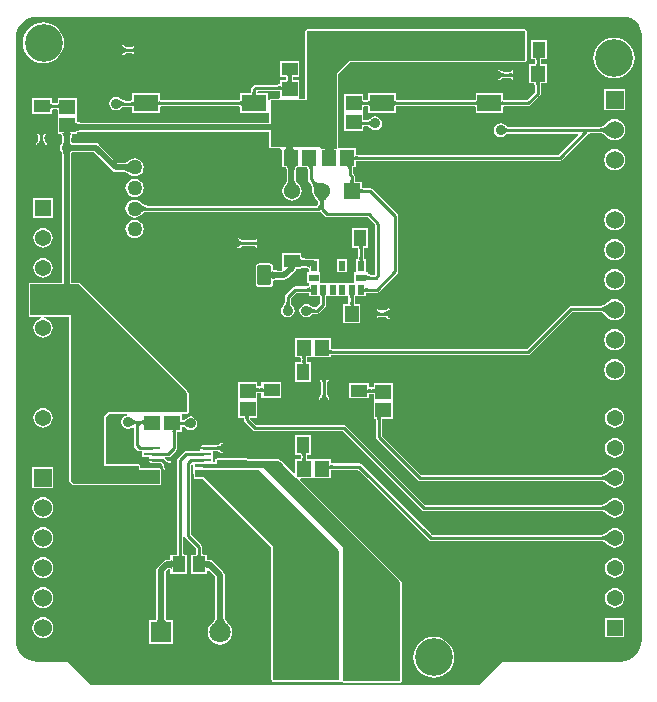
<source format=gtl>
G04*
G04 #@! TF.GenerationSoftware,Altium Limited,Altium Designer,19.0.15 (446)*
G04*
G04 Layer_Physical_Order=1*
G04 Layer_Color=255*
%FSLAX23Y23*%
%MOIN*%
G70*
G01*
G75*
%ADD14C,0.010*%
%ADD15R,0.083X0.055*%
%ADD16R,0.053X0.049*%
%ADD17R,0.055X0.043*%
%ADD18R,0.049X0.053*%
%ADD19R,0.043X0.055*%
G04:AMPARAMS|DCode=20|XSize=67mil|YSize=48mil|CornerRadius=6mil|HoleSize=0mil|Usage=FLASHONLY|Rotation=90.000|XOffset=0mil|YOffset=0mil|HoleType=Round|Shape=RoundedRectangle|*
%AMROUNDEDRECTD20*
21,1,0.067,0.036,0,0,90.0*
21,1,0.055,0.048,0,0,90.0*
1,1,0.012,0.018,0.028*
1,1,0.012,0.018,-0.028*
1,1,0.012,-0.018,-0.028*
1,1,0.012,-0.018,0.028*
%
%ADD20ROUNDEDRECTD20*%
%ADD21R,0.036X0.024*%
%ADD22R,0.024X0.036*%
%ADD23R,0.057X0.043*%
%ADD24R,0.055X0.008*%
%ADD25R,0.043X0.058*%
%ADD26R,0.043X0.057*%
%ADD49C,0.020*%
%ADD50C,0.030*%
%ADD51R,0.054X0.054*%
%ADD52C,0.054*%
%ADD53C,0.071*%
%ADD54R,0.071X0.071*%
%ADD55R,0.060X0.060*%
%ADD56C,0.060*%
%ADD57R,0.054X0.054*%
%ADD58C,0.126*%
%ADD59C,0.035*%
%ADD60C,0.050*%
G36*
X-78Y280D02*
X-69D01*
Y280D01*
X-58Y279D01*
X-47Y276D01*
X-36Y270D01*
X-27Y263D01*
X-20Y254D01*
X-15Y244D01*
X-11Y233D01*
X-10Y221D01*
X-10D01*
X-10Y-1798D01*
X-10D01*
X-12Y-1812D01*
X-16Y-1825D01*
X-22Y-1837D01*
X-31Y-1848D01*
X-42Y-1857D01*
X-54Y-1864D01*
X-67Y-1868D01*
X-81Y-1869D01*
Y-1869D01*
X-470D01*
X-473Y-1870D01*
X-475Y-1871D01*
X-475Y-1871D01*
X-552Y-1948D01*
X-1845D01*
X-1922Y-1871D01*
X-1924Y-1869D01*
X-1927Y-1869D01*
X-2026D01*
Y-1869D01*
X-2040Y-1867D01*
X-2053Y-1863D01*
X-2065Y-1857D01*
X-2076Y-1848D01*
X-2085Y-1837D01*
X-2091Y-1825D01*
X-2095Y-1811D01*
X-2097Y-1798D01*
X-2097D01*
X-2097Y209D01*
X-2097D01*
X-2095Y223D01*
X-2091Y236D01*
X-2085Y249D01*
X-2076Y260D01*
X-2065Y268D01*
X-2053Y275D01*
X-2040Y279D01*
X-2026Y280D01*
X-78D01*
X-78Y280D01*
D02*
G37*
%LPC*%
G36*
X-1739Y187D02*
X-1740Y187D01*
X-1740Y187D01*
X-1741Y186D01*
X-1743Y185D01*
X-1743Y185D01*
X-1743Y185D01*
X-1744Y185D01*
X-1744Y183D01*
X-1745Y182D01*
Y179D01*
X-1752D01*
X-1756Y179D01*
X-1759Y177D01*
X-1761Y173D01*
X-1762Y169D01*
X-1761Y165D01*
X-1759Y162D01*
X-1756Y160D01*
X-1752Y159D01*
X-1752Y159D01*
X-1745D01*
Y157D01*
X-1744Y155D01*
X-1743Y153D01*
X-1743Y153D01*
X-1743Y153D01*
X-1741Y152D01*
X-1740Y152D01*
X-1740Y152D01*
X-1739Y152D01*
X-1739Y152D01*
X-1739D01*
X-1739Y152D01*
X-1738Y152D01*
X-1736Y153D01*
X-1734Y154D01*
X-1733Y155D01*
X-1732Y156D01*
X-1731Y157D01*
X-1730Y158D01*
X-1729Y158D01*
X-1728Y158D01*
X-1727Y159D01*
X-1726Y159D01*
X-1724Y159D01*
X-1724Y159D01*
X-1713D01*
X-1713Y159D01*
X-1711Y159D01*
X-1710Y159D01*
X-1709Y159D01*
X-1708Y158D01*
X-1708Y158D01*
X-1707Y157D01*
X-1706Y156D01*
X-1706D01*
X-1706Y155D01*
X-1706Y155D01*
X-1706Y155D01*
X-1704Y155D01*
X-1703Y154D01*
X-1702Y154D01*
X-1702Y154D01*
X-1700Y155D01*
X-1699Y155D01*
X-1699Y156D01*
X-1698Y156D01*
X-1698Y156D01*
X-1698D01*
X-1698Y157D01*
X-1698Y158D01*
X-1697Y159D01*
X-1661D01*
X-1658Y160D01*
X-1654Y162D01*
X-1652Y165D01*
X-1651Y169D01*
X-1652Y173D01*
X-1654Y177D01*
X-1658Y179D01*
X-1661Y179D01*
X-1697D01*
X-1698Y181D01*
X-1698Y183D01*
X-1699Y183D01*
X-1699Y183D01*
X-1700Y184D01*
X-1702Y185D01*
X-1702Y185D01*
X-1703Y185D01*
X-1704Y184D01*
X-1706Y184D01*
X-1706Y183D01*
X-1706Y183D01*
X-1707Y181D01*
X-1708Y180D01*
X-1708Y180D01*
X-1709Y180D01*
X-1710Y180D01*
X-1711Y180D01*
X-1713Y180D01*
X-1713Y179D01*
X-1724D01*
X-1724Y180D01*
X-1726Y180D01*
X-1727Y180D01*
X-1728Y180D01*
X-1729Y181D01*
X-1730Y181D01*
X-1731Y182D01*
X-1732Y182D01*
X-1733Y183D01*
X-1734Y184D01*
X-1736Y185D01*
X-1738Y186D01*
X-1739Y187D01*
X-1739Y187D01*
X-1739Y187D01*
X-1739Y187D01*
X-1739Y187D01*
D02*
G37*
G36*
X-2004Y262D02*
X-2018Y260D01*
X-2031Y257D01*
X-2042Y250D01*
X-2053Y242D01*
X-2061Y231D01*
X-2068Y220D01*
X-2071Y207D01*
X-2073Y193D01*
X-2071Y180D01*
X-2068Y167D01*
X-2061Y155D01*
X-2053Y145D01*
X-2042Y137D01*
X-2031Y130D01*
X-2018Y126D01*
X-2004Y125D01*
X-1991Y126D01*
X-1978Y130D01*
X-1967Y137D01*
X-1956Y145D01*
X-1948Y155D01*
X-1941Y167D01*
X-1937Y180D01*
X-1936Y193D01*
X-1937Y207D01*
X-1941Y220D01*
X-1948Y231D01*
X-1956Y242D01*
X-1967Y250D01*
X-1978Y257D01*
X-1991Y260D01*
X-2004Y262D01*
D02*
G37*
G36*
X-485Y104D02*
X-485Y104D01*
X-485Y104D01*
X-487Y103D01*
X-488Y103D01*
X-488Y103D01*
X-488Y103D01*
X-489Y102D01*
X-489Y101D01*
X-490Y99D01*
Y97D01*
X-497D01*
X-501Y96D01*
X-504Y94D01*
X-506Y91D01*
X-507Y87D01*
X-506Y83D01*
X-504Y79D01*
X-501Y77D01*
X-497Y76D01*
X-490D01*
Y74D01*
X-489Y72D01*
X-488Y71D01*
X-488Y71D01*
X-488Y71D01*
X-487Y70D01*
X-485Y69D01*
X-485Y69D01*
X-485Y69D01*
X-484Y69D01*
X-484D01*
X-484Y69D01*
X-483Y70D01*
X-481Y70D01*
X-479Y72D01*
X-478Y73D01*
X-477Y74D01*
X-476Y74D01*
X-475Y75D01*
X-474Y75D01*
X-473Y76D01*
X-472Y76D01*
X-471Y76D01*
X-470Y76D01*
X-469Y76D01*
X-451D01*
X-451Y76D01*
X-449Y76D01*
X-448Y76D01*
X-447Y76D01*
X-446Y76D01*
X-446Y76D01*
X-445Y74D01*
X-445Y73D01*
X-445D01*
X-445Y73D01*
X-444Y73D01*
X-444Y72D01*
X-442Y72D01*
X-441Y71D01*
X-440Y71D01*
X-440Y71D01*
X-439Y72D01*
X-437Y73D01*
X-437Y73D01*
X-436Y73D01*
X-436Y73D01*
X-436D01*
X-436Y74D01*
X-436Y75D01*
X-435Y76D01*
X-420D01*
X-416Y77D01*
X-413Y79D01*
X-409Y83D01*
X-407Y87D01*
X-406Y91D01*
X-407Y94D01*
X-409Y98D01*
X-412Y100D01*
X-416Y101D01*
X-420Y100D01*
X-424Y98D01*
X-424Y97D01*
X-435D01*
X-436Y98D01*
X-436Y100D01*
X-437Y100D01*
X-437Y100D01*
X-439Y101D01*
X-440Y102D01*
X-440Y102D01*
X-441Y102D01*
X-442Y101D01*
X-444Y101D01*
X-444Y101D01*
X-445Y100D01*
X-445Y99D01*
X-446Y98D01*
X-446Y98D01*
X-447Y97D01*
X-448Y97D01*
X-449Y97D01*
X-451Y97D01*
X-451Y97D01*
X-469D01*
X-470Y97D01*
X-471Y97D01*
X-472Y97D01*
X-473Y97D01*
X-474Y98D01*
X-475Y98D01*
X-476Y99D01*
X-477Y100D01*
X-478Y100D01*
X-479Y101D01*
X-481Y103D01*
X-483Y104D01*
X-484Y104D01*
X-484Y104D01*
X-484Y104D01*
X-485Y104D01*
X-485Y104D01*
D02*
G37*
G36*
X-103Y211D02*
X-116Y210D01*
X-129Y206D01*
X-140Y200D01*
X-151Y191D01*
X-159Y181D01*
X-166Y169D01*
X-170Y156D01*
X-171Y143D01*
X-170Y130D01*
X-166Y117D01*
X-159Y105D01*
X-151Y95D01*
X-140Y86D01*
X-129Y80D01*
X-116Y76D01*
X-103Y75D01*
X-89Y76D01*
X-76Y80D01*
X-65Y86D01*
X-54Y95D01*
X-46Y105D01*
X-39Y117D01*
X-36Y130D01*
X-34Y143D01*
X-36Y156D01*
X-39Y169D01*
X-46Y181D01*
X-54Y191D01*
X-65Y200D01*
X-76Y206D01*
X-89Y210D01*
X-103Y211D01*
D02*
G37*
G36*
X-400Y239D02*
X-1126D01*
X-1130Y237D01*
X-1131Y233D01*
Y23D01*
X-1131Y7D01*
X-1149D01*
X-1153Y10D01*
X-1153Y13D01*
Y69D01*
X-1173D01*
X-1173Y69D01*
X-1173Y70D01*
X-1174Y71D01*
X-1174Y72D01*
X-1174Y74D01*
X-1174Y74D01*
X-1174Y74D01*
X-1174Y76D01*
X-1174Y77D01*
X-1173Y79D01*
X-1173Y79D01*
X-1173Y79D01*
X-1152D01*
Y133D01*
X-1217D01*
Y79D01*
X-1195D01*
X-1195Y79D01*
X-1195Y79D01*
X-1195Y77D01*
X-1195Y76D01*
X-1195Y74D01*
X-1195Y74D01*
X-1195Y74D01*
X-1195Y72D01*
X-1195Y71D01*
X-1195Y70D01*
X-1195Y69D01*
X-1195Y69D01*
X-1216D01*
Y55D01*
X-1216Y55D01*
X-1217Y55D01*
X-1218Y55D01*
X-1219Y55D01*
X-1221Y55D01*
X-1221Y54D01*
X-1297D01*
X-1301Y54D01*
X-1304Y52D01*
X-1310Y46D01*
X-1313Y42D01*
X-1313Y38D01*
Y30D01*
X-1314Y30D01*
X-1314Y28D01*
X-1314Y27D01*
X-1314Y26D01*
X-1314Y25D01*
X-1314Y25D01*
X-1314Y25D01*
X-1349D01*
Y3D01*
X-1350Y3D01*
X-1350Y3D01*
X-1351Y3D01*
X-1353Y3D01*
X-1355Y3D01*
X-1355Y2D01*
X-1610D01*
X-1610Y3D01*
X-1612Y3D01*
X-1613Y3D01*
X-1614Y3D01*
X-1615Y3D01*
X-1615Y3D01*
Y25D01*
X-1708D01*
Y2D01*
X-1708Y2D01*
X-1709Y2D01*
X-1710Y2D01*
X-1711Y2D01*
X-1713Y2D01*
X-1713Y1D01*
X-1734D01*
X-1734Y2D01*
X-1736Y2D01*
X-1737Y2D01*
X-1738Y2D01*
X-1739Y2D01*
X-1740Y3D01*
X-1741Y3D01*
X-1742Y4D01*
X-1743Y5D01*
X-1744Y6D01*
X-1746Y7D01*
X-1746Y7D01*
X-1753Y12D01*
X-1762Y14D01*
X-1771Y12D01*
X-1778Y7D01*
X-1783Y-0D01*
X-1785Y-9D01*
X-1783Y-18D01*
X-1778Y-25D01*
X-1771Y-30D01*
X-1762Y-32D01*
X-1753Y-30D01*
X-1746Y-25D01*
X-1746Y-25D01*
X-1744Y-24D01*
X-1743Y-23D01*
X-1742Y-22D01*
X-1741Y-21D01*
X-1740Y-21D01*
X-1739Y-20D01*
X-1738Y-20D01*
X-1737Y-19D01*
X-1736Y-19D01*
X-1734Y-19D01*
X-1734Y-19D01*
X-1713D01*
X-1713Y-19D01*
X-1711Y-19D01*
X-1710Y-19D01*
X-1709Y-20D01*
X-1708Y-20D01*
X-1708Y-20D01*
Y-40D01*
X-1615D01*
Y-19D01*
X-1615Y-19D01*
X-1614Y-19D01*
X-1613Y-18D01*
X-1612Y-18D01*
X-1610Y-18D01*
X-1610Y-18D01*
X-1355D01*
X-1355Y-18D01*
X-1353Y-18D01*
X-1351Y-18D01*
X-1350Y-19D01*
X-1350Y-19D01*
X-1349Y-19D01*
Y-40D01*
X-1257D01*
Y25D01*
X-1291D01*
X-1293Y29D01*
X-1292Y30D01*
X-1290Y34D01*
X-1221D01*
X-1221Y34D01*
X-1219Y34D01*
X-1218Y34D01*
X-1217Y34D01*
X-1216Y33D01*
X-1216Y33D01*
Y12D01*
X-1220Y7D01*
X-1246D01*
X-1250Y6D01*
X-1251Y2D01*
Y-73D01*
X-1878D01*
X-1879Y-73D01*
X-1882Y-72D01*
X-1885Y-72D01*
X-1888Y-72D01*
X-1890Y-71D01*
X-1892Y-71D01*
X-1893Y-70D01*
X-1893Y-70D01*
X-1893Y-69D01*
X-1893Y-69D01*
X-1894Y-67D01*
X-1894Y-67D01*
X-1894Y-52D01*
X-1894Y-47D01*
Y9D01*
X-1957D01*
Y-7D01*
X-1957Y-7D01*
X-1958Y-7D01*
X-1959Y-7D01*
X-1960Y-8D01*
X-1962Y-8D01*
X-1962Y-8D01*
X-1970D01*
X-1970Y-8D01*
X-1972Y-8D01*
X-1974Y-7D01*
X-1975Y-7D01*
X-1975Y-7D01*
X-1975Y-7D01*
X-1975Y-7D01*
Y9D01*
X-2043D01*
Y-45D01*
X-1975D01*
Y-29D01*
X-1975Y-29D01*
X-1975Y-29D01*
X-1975Y-29D01*
X-1974Y-29D01*
X-1972Y-28D01*
X-1970Y-28D01*
X-1970Y-28D01*
X-1962D01*
X-1962Y-28D01*
X-1960Y-28D01*
X-1959Y-29D01*
X-1958Y-29D01*
X-1957Y-29D01*
X-1957Y-29D01*
Y-47D01*
X-1957Y-51D01*
X-1957Y-56D01*
Y-112D01*
X-1947D01*
X-1947Y-112D01*
X-1946Y-112D01*
X-1945Y-112D01*
X-1945Y-112D01*
X-1944Y-113D01*
X-1944Y-114D01*
X-1943Y-115D01*
X-1942Y-117D01*
X-1942Y-120D01*
X-1942Y-123D01*
X-1942Y-127D01*
X-1942Y-127D01*
Y-130D01*
X-1942Y-131D01*
X-1942Y-131D01*
X-1942Y-131D01*
X-1942Y-133D01*
X-1942Y-134D01*
X-1942Y-137D01*
X-1942Y-138D01*
X-1942Y-139D01*
X-1943Y-139D01*
X-1943Y-140D01*
X-1943Y-140D01*
X-1943Y-140D01*
X-1943Y-140D01*
X-1948Y-148D01*
X-1950Y-156D01*
X-1948Y-165D01*
X-1944Y-172D01*
X-1944Y-172D01*
X-1944Y-173D01*
X-1943Y-173D01*
X-1943Y-173D01*
X-1943Y-173D01*
X-1943Y-174D01*
X-1943Y-175D01*
X-1943Y-180D01*
X-1943Y-181D01*
X-1942Y-182D01*
Y-607D01*
X-2048D01*
X-2052Y-608D01*
X-2054Y-612D01*
Y-715D01*
X-2052Y-718D01*
X-2048Y-720D01*
X-2011D01*
X-2011Y-725D01*
X-2014Y-725D01*
X-2022Y-729D01*
X-2029Y-734D01*
X-2034Y-740D01*
X-2037Y-748D01*
X-2038Y-757D01*
X-2037Y-765D01*
X-2034Y-773D01*
X-2029Y-779D01*
X-2022Y-785D01*
X-2014Y-788D01*
X-2006Y-789D01*
X-1998Y-788D01*
X-1990Y-785D01*
X-1983Y-779D01*
X-1978Y-773D01*
X-1975Y-765D01*
X-1974Y-757D01*
X-1975Y-748D01*
X-1978Y-740D01*
X-1983Y-734D01*
X-1990Y-729D01*
X-1998Y-725D01*
X-2001Y-725D01*
X-2001Y-720D01*
X-1919D01*
Y-1266D01*
X-1917Y-1270D01*
X-1906Y-1280D01*
X-1903Y-1282D01*
X-1903Y-1282D01*
X-1617D01*
X-1613Y-1280D01*
X-1612Y-1277D01*
Y-1245D01*
X-1612D01*
Y-1227D01*
X-1613D01*
X-1613Y-1226D01*
X-1617Y-1225D01*
X-1682Y-1225D01*
Y-1217D01*
X-1683Y-1213D01*
X-1687Y-1211D01*
X-1704D01*
Y-1210D01*
X-1769D01*
Y-1211D01*
X-1797D01*
Y-1053D01*
X-1787Y-1044D01*
X-1727D01*
X-1727Y-1049D01*
X-1731Y-1050D01*
X-1739Y-1055D01*
X-1744Y-1062D01*
X-1745Y-1071D01*
X-1744Y-1080D01*
X-1739Y-1087D01*
X-1731Y-1092D01*
X-1722Y-1094D01*
X-1714Y-1092D01*
X-1709Y-1089D01*
X-1704Y-1092D01*
Y-1147D01*
X-1703Y-1151D01*
X-1701Y-1154D01*
X-1691Y-1164D01*
X-1688Y-1166D01*
X-1684Y-1167D01*
X-1681D01*
X-1677Y-1168D01*
Y-1186D01*
X-1655D01*
X-1654Y-1186D01*
X-1652Y-1191D01*
X-1653Y-1193D01*
X-1654Y-1197D01*
X-1653Y-1201D01*
X-1651Y-1204D01*
X-1651Y-1205D01*
X-1647Y-1207D01*
X-1644Y-1208D01*
X-1614D01*
X-1611Y-1211D01*
X-1610Y-1211D01*
X-1610Y-1212D01*
X-1609Y-1213D01*
X-1608Y-1214D01*
X-1608Y-1215D01*
X-1608Y-1216D01*
X-1607Y-1217D01*
X-1607Y-1219D01*
X-1607Y-1220D01*
X-1607Y-1222D01*
X-1607Y-1223D01*
X-1606Y-1225D01*
X-1605Y-1227D01*
X-1605Y-1227D01*
X-1605Y-1227D01*
X-1603Y-1228D01*
X-1601Y-1229D01*
X-1601Y-1229D01*
X-1601Y-1229D01*
X-1599Y-1228D01*
X-1597Y-1227D01*
X-1596Y-1226D01*
X-1591Y-1231D01*
X-1588Y-1233D01*
X-1584Y-1234D01*
X-1580Y-1233D01*
X-1576Y-1231D01*
X-1574Y-1227D01*
X-1573Y-1223D01*
X-1574Y-1220D01*
X-1576Y-1216D01*
X-1581Y-1211D01*
X-1580Y-1210D01*
X-1579Y-1208D01*
X-1578Y-1206D01*
X-1578Y-1206D01*
X-1578Y-1206D01*
X-1579Y-1204D01*
X-1580Y-1202D01*
X-1580Y-1202D01*
X-1580Y-1202D01*
X-1581Y-1202D01*
X-1582Y-1201D01*
X-1584Y-1201D01*
X-1586Y-1200D01*
X-1587Y-1200D01*
X-1589Y-1200D01*
X-1590Y-1200D01*
X-1591Y-1200D01*
X-1592Y-1199D01*
X-1593Y-1199D01*
X-1594Y-1198D01*
X-1595Y-1197D01*
X-1596Y-1197D01*
X-1596Y-1196D01*
X-1600Y-1192D01*
X-1598Y-1187D01*
X-1588D01*
X-1584Y-1187D01*
X-1580Y-1184D01*
X-1562Y-1166D01*
X-1559Y-1162D01*
X-1559Y-1158D01*
Y-1110D01*
X-1558Y-1109D01*
X-1558Y-1108D01*
X-1558Y-1106D01*
X-1558Y-1105D01*
X-1558Y-1105D01*
X-1558Y-1104D01*
X-1544D01*
Y-1089D01*
X-1542Y-1087D01*
X-1539Y-1085D01*
X-1539Y-1085D01*
X-1538Y-1086D01*
X-1537Y-1086D01*
X-1536Y-1086D01*
X-1535Y-1087D01*
X-1534Y-1088D01*
X-1533Y-1089D01*
X-1531Y-1090D01*
X-1530Y-1091D01*
X-1530Y-1091D01*
X-1523Y-1096D01*
X-1514Y-1098D01*
X-1505Y-1096D01*
X-1498Y-1091D01*
X-1493Y-1084D01*
X-1491Y-1075D01*
X-1493Y-1066D01*
X-1498Y-1059D01*
X-1505Y-1054D01*
X-1514Y-1052D01*
X-1523Y-1054D01*
X-1530Y-1059D01*
X-1530Y-1059D01*
X-1531Y-1060D01*
X-1533Y-1061D01*
X-1534Y-1062D01*
X-1535Y-1063D01*
X-1536Y-1063D01*
X-1537Y-1064D01*
X-1538Y-1064D01*
X-1539Y-1064D01*
X-1539Y-1064D01*
X-1542Y-1062D01*
X-1544Y-1061D01*
X-1544Y-1045D01*
X-1540Y-1044D01*
X-1527D01*
X-1527Y-1044D01*
X-1523Y-1042D01*
X-1523Y-1042D01*
X-1522Y-1041D01*
X-1520Y-1037D01*
X-1520Y-1037D01*
Y-973D01*
X-1520Y-973D01*
X-1522Y-970D01*
X-1883Y-608D01*
X-1887Y-607D01*
X-1887Y-607D01*
X-1912D01*
Y-182D01*
X-1912Y-181D01*
X-1912Y-178D01*
X-1911Y-175D01*
X-1911Y-174D01*
X-1911Y-173D01*
X-1911Y-173D01*
X-1911Y-173D01*
X-1911Y-173D01*
X-1910Y-173D01*
X-1909Y-172D01*
X-1909Y-172D01*
X-1904Y-172D01*
X-1902Y-172D01*
X-1902Y-172D01*
X-1836D01*
X-1775Y-233D01*
X-1770Y-236D01*
X-1764Y-237D01*
X-1739D01*
X-1738Y-237D01*
X-1736Y-237D01*
X-1734Y-238D01*
X-1732Y-238D01*
X-1730Y-238D01*
X-1729Y-239D01*
X-1727Y-240D01*
X-1726Y-240D01*
X-1724Y-241D01*
X-1723Y-242D01*
X-1722Y-243D01*
X-1721Y-244D01*
X-1715Y-248D01*
X-1708Y-251D01*
X-1700Y-252D01*
X-1692Y-251D01*
X-1685Y-248D01*
X-1679Y-243D01*
X-1674Y-237D01*
X-1671Y-230D01*
X-1670Y-222D01*
X-1671Y-214D01*
X-1674Y-207D01*
X-1679Y-201D01*
X-1685Y-196D01*
X-1692Y-193D01*
X-1700Y-192D01*
X-1708Y-193D01*
X-1715Y-196D01*
X-1721Y-200D01*
X-1722Y-200D01*
X-1723Y-202D01*
X-1724Y-203D01*
X-1726Y-204D01*
X-1727Y-204D01*
X-1729Y-205D01*
X-1730Y-206D01*
X-1732Y-206D01*
X-1734Y-206D01*
X-1736Y-206D01*
X-1738Y-207D01*
X-1739Y-207D01*
X-1758D01*
X-1819Y-146D01*
X-1824Y-142D01*
X-1830Y-141D01*
X-1902D01*
X-1902Y-141D01*
X-1906Y-141D01*
X-1909Y-141D01*
X-1909Y-141D01*
X-1910Y-140D01*
X-1910Y-140D01*
X-1911Y-134D01*
X-1911Y-132D01*
X-1911Y-132D01*
Y-127D01*
X-1911Y-127D01*
X-1911Y-123D01*
X-1910Y-120D01*
X-1910Y-117D01*
X-1910Y-115D01*
X-1909Y-114D01*
X-1908Y-113D01*
X-1908Y-112D01*
X-1907Y-112D01*
X-1907Y-112D01*
X-1906Y-112D01*
X-1905Y-112D01*
X-1900D01*
X-1900Y-112D01*
X-1899Y-112D01*
X-1899Y-112D01*
X-1898Y-112D01*
X-1894D01*
Y-108D01*
X-1894Y-107D01*
X-1893Y-106D01*
X-1893Y-106D01*
X-1893Y-106D01*
X-1893Y-106D01*
X-1892Y-105D01*
X-1890Y-105D01*
X-1888Y-104D01*
X-1886Y-104D01*
X-1882Y-103D01*
X-1879Y-103D01*
X-1879Y-103D01*
X-1251D01*
Y-153D01*
X-1250Y-156D01*
X-1246Y-158D01*
X-1215D01*
X-1210Y-163D01*
Y-222D01*
X-1199D01*
X-1199Y-222D01*
X-1197Y-222D01*
X-1197Y-222D01*
X-1197Y-222D01*
X-1196Y-223D01*
X-1195Y-224D01*
X-1195Y-225D01*
X-1194Y-227D01*
X-1194Y-230D01*
X-1194Y-233D01*
X-1194Y-237D01*
X-1193Y-237D01*
Y-260D01*
X-1194Y-260D01*
X-1194Y-262D01*
X-1194Y-265D01*
X-1194Y-267D01*
X-1195Y-269D01*
X-1195Y-270D01*
X-1196Y-272D01*
X-1197Y-274D01*
X-1198Y-276D01*
X-1199Y-277D01*
X-1201Y-279D01*
X-1201Y-280D01*
X-1204Y-284D01*
X-1207Y-292D01*
X-1208Y-300D01*
X-1207Y-309D01*
X-1204Y-317D01*
X-1199Y-323D01*
X-1192Y-328D01*
X-1184Y-332D01*
X-1176Y-333D01*
X-1168Y-332D01*
X-1160Y-328D01*
X-1153Y-323D01*
X-1148Y-317D01*
X-1145Y-309D01*
X-1144Y-300D01*
X-1145Y-292D01*
X-1148Y-284D01*
X-1153Y-278D01*
X-1155Y-277D01*
X-1155Y-276D01*
X-1157Y-274D01*
X-1158Y-273D01*
X-1159Y-272D01*
X-1160Y-270D01*
X-1161Y-268D01*
X-1161Y-267D01*
X-1162Y-265D01*
X-1162Y-263D01*
X-1163Y-261D01*
X-1163Y-258D01*
X-1163Y-258D01*
X-1163Y-258D01*
X-1163Y-258D01*
Y-237D01*
X-1163Y-237D01*
X-1163Y-233D01*
X-1162Y-230D01*
X-1162Y-227D01*
X-1161Y-225D01*
X-1161Y-224D01*
X-1160Y-223D01*
X-1160Y-222D01*
X-1159Y-222D01*
X-1159Y-222D01*
X-1158Y-222D01*
X-1157Y-222D01*
X-1151Y-222D01*
X-1146Y-222D01*
X-1125D01*
X-1125Y-222D01*
X-1125Y-222D01*
X-1125Y-223D01*
X-1125Y-225D01*
X-1125Y-227D01*
X-1124Y-227D01*
Y-262D01*
X-1124Y-266D01*
X-1121Y-270D01*
X-1114Y-277D01*
X-1114Y-277D01*
X-1113Y-279D01*
X-1112Y-280D01*
X-1111Y-281D01*
X-1111Y-283D01*
X-1110Y-285D01*
X-1109Y-288D01*
X-1109Y-290D01*
X-1109Y-297D01*
X-1109Y-300D01*
X-1108Y-301D01*
X-1107Y-309D01*
X-1104Y-317D01*
X-1099Y-323D01*
X-1099Y-323D01*
X-1094Y-329D01*
X-1092Y-331D01*
X-1091Y-333D01*
X-1089Y-335D01*
X-1088Y-337D01*
X-1087Y-339D01*
X-1087Y-340D01*
X-1087Y-340D01*
X-1088Y-342D01*
X-1088Y-343D01*
X-1089Y-344D01*
X-1090Y-345D01*
X-1091Y-346D01*
X-1092Y-348D01*
X-1092Y-348D01*
X-1093Y-349D01*
X-1660D01*
X-1660Y-348D01*
X-1662Y-348D01*
X-1663Y-348D01*
X-1665Y-348D01*
X-1666Y-347D01*
X-1668Y-346D01*
X-1670Y-345D01*
X-1672Y-343D01*
X-1676Y-340D01*
X-1679Y-337D01*
X-1679Y-337D01*
X-1685Y-333D01*
X-1692Y-330D01*
X-1700Y-329D01*
X-1708Y-330D01*
X-1715Y-333D01*
X-1722Y-337D01*
X-1727Y-344D01*
X-1730Y-351D01*
X-1731Y-359D01*
X-1730Y-367D01*
X-1727Y-374D01*
X-1722Y-380D01*
X-1715Y-385D01*
X-1708Y-388D01*
X-1700Y-389D01*
X-1692Y-388D01*
X-1685Y-385D01*
X-1679Y-380D01*
X-1679Y-380D01*
X-1674Y-376D01*
X-1672Y-374D01*
X-1670Y-373D01*
X-1668Y-372D01*
X-1666Y-371D01*
X-1665Y-370D01*
X-1663Y-370D01*
X-1662Y-369D01*
X-1660Y-369D01*
X-1660Y-369D01*
X-1088D01*
X-1085Y-368D01*
X-1084Y-368D01*
X-1083Y-368D01*
X-1066Y-385D01*
X-1063Y-387D01*
X-1059Y-388D01*
X-924D01*
X-898Y-415D01*
Y-576D01*
X-901Y-579D01*
X-917D01*
X-917Y-578D01*
X-919Y-578D01*
X-920Y-578D01*
X-922Y-578D01*
X-922Y-578D01*
X-922Y-578D01*
Y-572D01*
X-929D01*
Y-526D01*
X-935D01*
X-935Y-526D01*
X-935Y-525D01*
X-935Y-524D01*
X-935Y-523D01*
X-935Y-521D01*
X-936Y-520D01*
Y-495D01*
X-935Y-494D01*
X-935Y-492D01*
X-935Y-491D01*
X-935Y-490D01*
X-935Y-489D01*
X-935Y-489D01*
X-922D01*
Y-424D01*
X-975D01*
Y-489D01*
X-957D01*
X-957Y-489D01*
X-957Y-490D01*
X-956Y-491D01*
X-956Y-492D01*
X-956Y-494D01*
X-956Y-495D01*
Y-520D01*
X-956Y-521D01*
X-956Y-523D01*
X-956Y-524D01*
X-957Y-525D01*
X-957Y-526D01*
X-957Y-526D01*
X-963D01*
Y-572D01*
X-969D01*
Y-606D01*
X-1081D01*
Y-572D01*
X-1086D01*
Y-526D01*
X-1104D01*
X-1105Y-526D01*
X-1116D01*
X-1130Y-526D01*
X-1130Y-526D01*
X-1133Y-525D01*
X-1136Y-525D01*
X-1139Y-525D01*
X-1141Y-524D01*
X-1143Y-524D01*
X-1143Y-523D01*
X-1144Y-523D01*
X-1144Y-522D01*
X-1144Y-522D01*
X-1145Y-520D01*
X-1145Y-520D01*
Y-506D01*
X-1210D01*
Y-559D01*
X-1210D01*
X-1209Y-564D01*
X-1210Y-566D01*
X-1223D01*
X-1224Y-566D01*
X-1227Y-565D01*
X-1230Y-565D01*
X-1233Y-565D01*
X-1235Y-564D01*
X-1236Y-564D01*
X-1237Y-563D01*
X-1238Y-563D01*
X-1238Y-562D01*
X-1238Y-562D01*
X-1238Y-560D01*
X-1238Y-560D01*
Y-553D01*
X-1239Y-549D01*
X-1242Y-545D01*
X-1245Y-543D01*
X-1250Y-542D01*
X-1286D01*
X-1290Y-543D01*
X-1294Y-545D01*
X-1296Y-549D01*
X-1297Y-553D01*
Y-609D01*
X-1296Y-613D01*
X-1294Y-617D01*
X-1290Y-619D01*
X-1286Y-620D01*
X-1250D01*
X-1245Y-619D01*
X-1242Y-617D01*
X-1239Y-613D01*
X-1238Y-609D01*
Y-602D01*
X-1238Y-602D01*
X-1238Y-600D01*
X-1238Y-600D01*
X-1238Y-599D01*
X-1237Y-599D01*
X-1236Y-598D01*
X-1235Y-598D01*
X-1233Y-597D01*
X-1230Y-597D01*
X-1227Y-596D01*
X-1224Y-596D01*
X-1223Y-596D01*
X-1201D01*
X-1195Y-595D01*
X-1190Y-592D01*
X-1167Y-568D01*
X-1163Y-563D01*
X-1162Y-559D01*
X-1152D01*
X-1152Y-559D01*
X-1152Y-559D01*
X-1151D01*
X-1150Y-560D01*
X-1149Y-559D01*
X-1145D01*
Y-557D01*
X-1144Y-557D01*
X-1134Y-556D01*
X-1132Y-556D01*
X-1129Y-557D01*
X-1126Y-557D01*
X-1124Y-558D01*
X-1123Y-558D01*
X-1122Y-559D01*
X-1121Y-559D01*
X-1121Y-560D01*
X-1121Y-560D01*
X-1121Y-562D01*
X-1120Y-562D01*
Y-572D01*
X-1127D01*
Y-606D01*
X-1120D01*
Y-618D01*
X-1120Y-618D01*
X-1121Y-618D01*
X-1121Y-618D01*
X-1122Y-618D01*
X-1124Y-618D01*
X-1125Y-618D01*
X-1126Y-618D01*
X-1166D01*
X-1170Y-619D01*
X-1173Y-621D01*
X-1197Y-645D01*
X-1199Y-649D01*
X-1200Y-653D01*
Y-671D01*
X-1200Y-671D01*
X-1200Y-673D01*
X-1201Y-674D01*
X-1201Y-675D01*
X-1201Y-676D01*
X-1202Y-677D01*
X-1202Y-678D01*
X-1203Y-679D01*
X-1204Y-680D01*
X-1205Y-681D01*
X-1206Y-683D01*
X-1206Y-683D01*
X-1211Y-690D01*
X-1213Y-699D01*
X-1211Y-708D01*
X-1206Y-715D01*
X-1199Y-720D01*
X-1190Y-722D01*
X-1181Y-720D01*
X-1174Y-715D01*
X-1169Y-708D01*
X-1167Y-699D01*
X-1169Y-690D01*
X-1174Y-683D01*
X-1174Y-683D01*
X-1175Y-681D01*
X-1176Y-680D01*
X-1177Y-679D01*
X-1178Y-678D01*
X-1178Y-677D01*
X-1179Y-676D01*
X-1179Y-675D01*
X-1179Y-674D01*
X-1179Y-673D01*
X-1180Y-671D01*
X-1180Y-671D01*
Y-657D01*
X-1162Y-639D01*
X-1126D01*
X-1125Y-639D01*
X-1124Y-639D01*
X-1122Y-639D01*
X-1121Y-639D01*
X-1121Y-640D01*
X-1120Y-640D01*
X-1120Y-640D01*
Y-652D01*
X-1083D01*
X-1083Y-652D01*
X-1083Y-653D01*
X-1082Y-654D01*
X-1082Y-655D01*
X-1082Y-657D01*
X-1082Y-657D01*
Y-675D01*
X-1096Y-689D01*
X-1100D01*
X-1100Y-688D01*
X-1101Y-688D01*
X-1102Y-688D01*
X-1103Y-688D01*
X-1104Y-688D01*
X-1106Y-687D01*
X-1107Y-687D01*
X-1108Y-686D01*
X-1109Y-685D01*
X-1110Y-684D01*
X-1111Y-683D01*
X-1111Y-683D01*
X-1119Y-678D01*
X-1128Y-676D01*
X-1136Y-678D01*
X-1144Y-683D01*
X-1149Y-690D01*
X-1151Y-699D01*
X-1149Y-708D01*
X-1144Y-715D01*
X-1136Y-720D01*
X-1128Y-722D01*
X-1119Y-720D01*
X-1111Y-715D01*
X-1111Y-715D01*
X-1110Y-714D01*
X-1109Y-713D01*
X-1108Y-712D01*
X-1107Y-711D01*
X-1106Y-710D01*
X-1104Y-710D01*
X-1103Y-710D01*
X-1102Y-709D01*
X-1101Y-709D01*
X-1100Y-709D01*
X-1100Y-709D01*
X-1092D01*
X-1088Y-708D01*
X-1084Y-706D01*
X-1065Y-686D01*
X-1062Y-683D01*
X-1062Y-679D01*
Y-657D01*
X-1061Y-657D01*
X-1061Y-655D01*
X-1061Y-654D01*
X-1061Y-653D01*
X-1061Y-652D01*
X-1061Y-652D01*
X-988D01*
X-988Y-652D01*
X-988Y-653D01*
X-988Y-654D01*
X-988Y-655D01*
X-988Y-657D01*
X-988Y-657D01*
Y-672D01*
X-988Y-672D01*
X-988Y-674D01*
X-988Y-675D01*
X-988Y-676D01*
X-988Y-677D01*
X-988Y-677D01*
X-1007D01*
Y-740D01*
X-948D01*
Y-677D01*
X-966D01*
X-966Y-677D01*
X-967Y-676D01*
X-967Y-675D01*
X-967Y-674D01*
X-967Y-672D01*
X-967Y-672D01*
Y-657D01*
X-967Y-657D01*
X-967Y-655D01*
X-967Y-654D01*
X-967Y-653D01*
X-966Y-652D01*
X-966Y-652D01*
X-929D01*
Y-640D01*
X-929Y-640D01*
X-928Y-639D01*
X-927Y-639D01*
X-926Y-639D01*
X-924Y-639D01*
X-923Y-639D01*
X-892D01*
X-888Y-638D01*
X-885Y-636D01*
X-824Y-575D01*
X-822Y-572D01*
X-821Y-568D01*
Y-384D01*
X-822Y-380D01*
X-824Y-377D01*
X-908Y-293D01*
X-911Y-291D01*
X-915Y-290D01*
X-939D01*
X-939Y-290D01*
X-941Y-290D01*
X-942Y-290D01*
X-943Y-290D01*
X-944Y-290D01*
X-944Y-289D01*
Y-269D01*
X-965D01*
X-965Y-268D01*
X-965Y-268D01*
X-966Y-267D01*
X-966Y-265D01*
X-966Y-263D01*
X-966Y-263D01*
Y-253D01*
X-967Y-249D01*
X-969Y-246D01*
X-974Y-241D01*
Y-227D01*
X-974Y-227D01*
X-974Y-225D01*
X-974Y-223D01*
X-974Y-222D01*
X-973Y-222D01*
X-973Y-222D01*
X-962D01*
Y-201D01*
X-961Y-201D01*
X-961Y-201D01*
X-960Y-201D01*
X-958Y-200D01*
X-957Y-200D01*
X-956Y-200D01*
X-284D01*
X-281Y-199D01*
X-277Y-197D01*
X-189Y-109D01*
X-185D01*
X-181Y-108D01*
X-180Y-107D01*
X-149D01*
X-148Y-107D01*
X-146Y-107D01*
X-145Y-108D01*
X-143Y-108D01*
X-141Y-109D01*
X-139Y-110D01*
X-136Y-112D01*
X-134Y-114D01*
X-128Y-119D01*
X-125Y-122D01*
X-125Y-122D01*
X-125Y-122D01*
X-118Y-127D01*
X-109Y-131D01*
X-100Y-132D01*
X-91Y-131D01*
X-82Y-127D01*
X-75Y-122D01*
X-69Y-114D01*
X-66Y-106D01*
X-65Y-97D01*
X-66Y-87D01*
X-69Y-79D01*
X-75Y-72D01*
X-82Y-66D01*
X-91Y-62D01*
X-100Y-61D01*
X-109Y-62D01*
X-118Y-66D01*
X-125Y-72D01*
X-125Y-72D01*
X-125Y-72D01*
X-128Y-75D01*
X-134Y-80D01*
X-136Y-81D01*
X-139Y-83D01*
X-141Y-84D01*
X-143Y-85D01*
X-145Y-86D01*
X-146Y-86D01*
X-148Y-86D01*
X-149Y-86D01*
X-183D01*
X-187Y-87D01*
X-189Y-88D01*
X-452D01*
X-453Y-88D01*
X-454Y-88D01*
X-455Y-88D01*
X-456Y-88D01*
X-457Y-87D01*
X-458Y-87D01*
X-459Y-86D01*
X-460Y-85D01*
X-462Y-85D01*
X-463Y-84D01*
X-464Y-82D01*
X-464Y-82D01*
X-472Y-77D01*
X-480Y-75D01*
X-489Y-77D01*
X-497Y-82D01*
X-502Y-90D01*
X-503Y-98D01*
X-502Y-107D01*
X-497Y-115D01*
X-489Y-120D01*
X-480Y-121D01*
X-472Y-120D01*
X-464Y-115D01*
X-464Y-115D01*
X-463Y-113D01*
X-462Y-112D01*
X-460Y-111D01*
X-459Y-111D01*
X-458Y-110D01*
X-457Y-110D01*
X-456Y-109D01*
X-455Y-109D01*
X-454Y-109D01*
X-453Y-109D01*
X-452Y-109D01*
X-224D01*
X-222Y-113D01*
X-289Y-180D01*
X-956D01*
X-957Y-180D01*
X-958Y-180D01*
X-960Y-179D01*
X-961Y-179D01*
X-961Y-179D01*
X-962Y-179D01*
Y-158D01*
X-1016D01*
X-1021Y-158D01*
X-1021Y-154D01*
Y89D01*
X-982Y128D01*
X-400D01*
X-399Y129D01*
X-398Y129D01*
X-397Y130D01*
X-396Y130D01*
X-396Y131D01*
X-396D01*
X-396Y131D01*
X-395Y132D01*
X-395Y133D01*
X-395Y134D01*
X-394Y135D01*
Y233D01*
X-396Y237D01*
X-400Y239D01*
D02*
G37*
G36*
X-327Y204D02*
X-380D01*
Y139D01*
X-366D01*
X-366Y139D01*
X-366Y138D01*
X-366Y137D01*
X-366Y135D01*
X-366Y134D01*
X-366Y133D01*
Y128D01*
X-366Y127D01*
X-366Y125D01*
X-366Y124D01*
X-366Y123D01*
X-366Y122D01*
X-366Y122D01*
X-385D01*
Y59D01*
X-368D01*
X-368Y59D01*
X-368Y58D01*
X-368Y57D01*
X-368Y56D01*
X-368Y54D01*
X-367Y53D01*
Y27D01*
X-392Y2D01*
X-466D01*
X-466Y3D01*
X-468Y3D01*
X-469Y3D01*
X-471Y3D01*
X-471Y3D01*
X-471Y3D01*
Y25D01*
X-564D01*
Y3D01*
X-564Y3D01*
X-565Y3D01*
X-566Y3D01*
X-567Y3D01*
X-569Y3D01*
X-570Y2D01*
X-824D01*
X-825Y3D01*
X-826Y3D01*
X-828Y3D01*
X-829Y3D01*
X-830Y3D01*
X-830Y3D01*
Y25D01*
X-922D01*
Y3D01*
X-922Y3D01*
X-923Y3D01*
X-924Y3D01*
X-926Y3D01*
X-927Y3D01*
X-928Y2D01*
X-932D01*
X-933Y3D01*
X-935Y3D01*
X-936Y3D01*
X-937Y3D01*
X-938Y3D01*
X-938Y3D01*
Y22D01*
X-1001D01*
Y-34D01*
X-1001Y-37D01*
X-1001Y-42D01*
Y-99D01*
X-938D01*
Y-86D01*
X-938Y-86D01*
X-937Y-86D01*
X-936Y-85D01*
X-935Y-85D01*
X-933Y-85D01*
X-932Y-85D01*
X-927D01*
X-926Y-85D01*
X-925Y-85D01*
X-924Y-85D01*
X-923Y-86D01*
X-922Y-86D01*
X-921Y-86D01*
X-920Y-87D01*
X-919Y-88D01*
X-917Y-89D01*
X-916Y-90D01*
X-915Y-91D01*
X-915Y-91D01*
X-907Y-96D01*
X-899Y-98D01*
X-890Y-96D01*
X-882Y-91D01*
X-877Y-84D01*
X-876Y-75D01*
X-877Y-66D01*
X-882Y-59D01*
X-890Y-54D01*
X-899Y-52D01*
X-907Y-54D01*
X-915Y-59D01*
X-915Y-59D01*
X-916Y-60D01*
X-917Y-61D01*
X-919Y-62D01*
X-920Y-63D01*
X-921Y-63D01*
X-922Y-64D01*
X-923Y-64D01*
X-924Y-64D01*
X-925Y-64D01*
X-926Y-64D01*
X-927Y-65D01*
X-932D01*
X-933Y-64D01*
X-935Y-64D01*
X-936Y-64D01*
X-937Y-64D01*
X-938Y-64D01*
X-938Y-64D01*
Y-42D01*
X-938Y-39D01*
X-938Y-34D01*
Y-19D01*
X-938Y-19D01*
X-937Y-19D01*
X-936Y-18D01*
X-935Y-18D01*
X-933Y-18D01*
X-932Y-18D01*
X-928D01*
X-927Y-18D01*
X-926Y-18D01*
X-924Y-18D01*
X-923Y-19D01*
X-922Y-19D01*
X-922Y-19D01*
Y-40D01*
X-830D01*
Y-19D01*
X-830Y-19D01*
X-829Y-19D01*
X-828Y-18D01*
X-826Y-18D01*
X-825Y-18D01*
X-824Y-18D01*
X-570D01*
X-569Y-18D01*
X-567Y-18D01*
X-566Y-18D01*
X-565Y-19D01*
X-564Y-19D01*
X-564Y-19D01*
Y-40D01*
X-471D01*
Y-19D01*
X-471Y-19D01*
X-471Y-19D01*
X-469Y-18D01*
X-468Y-18D01*
X-466Y-18D01*
X-466Y-18D01*
X-388D01*
X-384Y-17D01*
X-381Y-15D01*
X-350Y15D01*
X-348Y19D01*
X-347Y23D01*
Y53D01*
X-347Y54D01*
X-347Y56D01*
X-347Y57D01*
X-347Y58D01*
X-346Y59D01*
X-346Y59D01*
X-326D01*
Y122D01*
X-344D01*
X-344Y122D01*
X-345Y123D01*
X-345Y124D01*
X-345Y125D01*
X-345Y127D01*
X-345Y128D01*
Y133D01*
X-345Y134D01*
X-345Y135D01*
X-345Y137D01*
X-345Y138D01*
X-344Y139D01*
X-344Y139D01*
X-327D01*
Y204D01*
D02*
G37*
G36*
X-65Y38D02*
X-135D01*
Y-32D01*
X-65D01*
Y38D01*
D02*
G37*
G36*
X-2009Y-79D02*
X-2013Y-79D01*
X-2016Y-82D01*
X-2018Y-83D01*
X-2020Y-87D01*
X-2021Y-91D01*
Y-105D01*
X-2022Y-106D01*
X-2024Y-106D01*
X-2024Y-106D01*
X-2025Y-106D01*
X-2025Y-108D01*
X-2026Y-110D01*
X-2026Y-110D01*
X-2026Y-110D01*
X-2026Y-112D01*
X-2025Y-114D01*
X-2025Y-114D01*
X-2025Y-114D01*
X-2023Y-115D01*
X-2022Y-115D01*
X-2022Y-116D01*
X-2022Y-116D01*
X-2021Y-117D01*
X-2021Y-119D01*
X-2021Y-121D01*
X-2021Y-121D01*
Y-127D01*
X-2021Y-127D01*
X-2021Y-128D01*
X-2021Y-129D01*
X-2022Y-130D01*
X-2022Y-131D01*
X-2023Y-132D01*
X-2023Y-133D01*
X-2024Y-135D01*
X-2025Y-136D01*
X-2026Y-137D01*
X-2027Y-138D01*
X-2028Y-140D01*
X-2028Y-142D01*
X-2028Y-142D01*
X-2028Y-142D01*
X-2028Y-144D01*
X-2027Y-146D01*
X-2027Y-146D01*
X-2027Y-146D01*
X-2026Y-146D01*
X-2025Y-147D01*
X-2023Y-147D01*
X-2021D01*
Y-155D01*
X-2020Y-158D01*
X-2018Y-162D01*
X-2015Y-164D01*
X-2011Y-165D01*
X-2007Y-164D01*
X-2004Y-162D01*
X-2001Y-158D01*
X-2001Y-155D01*
Y-147D01*
X-1999D01*
X-1997Y-147D01*
X-1995Y-146D01*
X-1995Y-146D01*
X-1995Y-146D01*
X-1994Y-144D01*
X-1993Y-142D01*
X-1993Y-142D01*
X-1993Y-142D01*
X-1994Y-140D01*
X-1995Y-138D01*
X-1996Y-137D01*
X-1997Y-136D01*
X-1998Y-135D01*
X-1999Y-133D01*
X-1999Y-132D01*
X-2000Y-131D01*
X-2000Y-130D01*
X-2000Y-129D01*
X-2000Y-128D01*
X-2000Y-127D01*
X-2001Y-127D01*
Y-121D01*
X-2000Y-121D01*
X-2000Y-119D01*
X-2000Y-117D01*
X-2000Y-116D01*
X-2000Y-116D01*
X-2000Y-115D01*
X-1999Y-115D01*
X-1997Y-114D01*
X-1997Y-114D01*
X-1997Y-114D01*
X-1996Y-112D01*
X-1995Y-110D01*
X-1996Y-110D01*
X-1995Y-110D01*
X-1996Y-108D01*
X-1997Y-106D01*
X-1997Y-106D01*
X-1997Y-106D01*
X-1999Y-106D01*
X-2001Y-105D01*
Y-94D01*
X-2000Y-93D01*
X-1999Y-89D01*
X-2000Y-85D01*
X-2002Y-82D01*
X-2005Y-79D01*
X-2009Y-79D01*
D02*
G37*
G36*
X-100Y-161D02*
X-109Y-162D01*
X-118Y-166D01*
X-125Y-172D01*
X-131Y-179D01*
X-134Y-187D01*
X-135Y-197D01*
X-134Y-206D01*
X-131Y-214D01*
X-125Y-222D01*
X-118Y-227D01*
X-109Y-231D01*
X-100Y-232D01*
X-91Y-231D01*
X-82Y-227D01*
X-75Y-222D01*
X-69Y-214D01*
X-66Y-206D01*
X-65Y-197D01*
X-66Y-187D01*
X-69Y-179D01*
X-75Y-172D01*
X-82Y-166D01*
X-91Y-162D01*
X-100Y-161D01*
D02*
G37*
G36*
X-1700Y-260D02*
X-1708Y-261D01*
X-1715Y-264D01*
X-1722Y-269D01*
X-1727Y-275D01*
X-1730Y-283D01*
X-1731Y-290D01*
X-1730Y-298D01*
X-1727Y-305D01*
X-1722Y-312D01*
X-1715Y-317D01*
X-1708Y-320D01*
X-1700Y-321D01*
X-1692Y-320D01*
X-1685Y-317D01*
X-1679Y-312D01*
X-1674Y-305D01*
X-1671Y-298D01*
X-1670Y-290D01*
X-1671Y-283D01*
X-1674Y-275D01*
X-1679Y-269D01*
X-1685Y-264D01*
X-1692Y-261D01*
X-1700Y-260D01*
D02*
G37*
G36*
X-1974Y-325D02*
X-2038D01*
Y-389D01*
X-1974D01*
Y-325D01*
D02*
G37*
G36*
X-100Y-361D02*
X-109Y-362D01*
X-118Y-366D01*
X-125Y-372D01*
X-131Y-379D01*
X-134Y-387D01*
X-135Y-397D01*
X-134Y-406D01*
X-131Y-414D01*
X-125Y-422D01*
X-118Y-427D01*
X-109Y-431D01*
X-100Y-432D01*
X-91Y-431D01*
X-82Y-427D01*
X-75Y-422D01*
X-69Y-414D01*
X-66Y-406D01*
X-65Y-397D01*
X-66Y-387D01*
X-69Y-379D01*
X-75Y-372D01*
X-82Y-366D01*
X-91Y-362D01*
X-100Y-361D01*
D02*
G37*
G36*
X-1354Y-457D02*
X-1354Y-457D01*
X-1354Y-457D01*
X-1356Y-458D01*
X-1358Y-459D01*
X-1358Y-459D01*
X-1358Y-459D01*
X-1358Y-459D01*
X-1359Y-461D01*
X-1359Y-462D01*
Y-464D01*
X-1366D01*
X-1370Y-465D01*
X-1374Y-467D01*
X-1376Y-471D01*
X-1377Y-475D01*
X-1376Y-479D01*
X-1374Y-482D01*
X-1370Y-484D01*
X-1366Y-485D01*
X-1359D01*
Y-487D01*
X-1359Y-489D01*
X-1358Y-491D01*
X-1358Y-491D01*
X-1358Y-491D01*
X-1356Y-492D01*
X-1354Y-492D01*
X-1354Y-492D01*
X-1354Y-492D01*
X-1353Y-492D01*
X-1353D01*
X-1353Y-492D01*
X-1352Y-492D01*
X-1350Y-491D01*
X-1349Y-490D01*
X-1348Y-489D01*
X-1347Y-488D01*
X-1345Y-487D01*
X-1344Y-486D01*
X-1343Y-486D01*
X-1342Y-486D01*
X-1341Y-485D01*
X-1340Y-485D01*
X-1339Y-485D01*
X-1338Y-485D01*
X-1303D01*
X-1302Y-485D01*
X-1300Y-485D01*
X-1299Y-485D01*
X-1298Y-485D01*
X-1297Y-486D01*
X-1297Y-486D01*
X-1296Y-487D01*
X-1296Y-489D01*
X-1296Y-489D01*
X-1295Y-489D01*
X-1294Y-489D01*
X-1292Y-490D01*
X-1292Y-490D01*
X-1291Y-490D01*
X-1290Y-489D01*
X-1288Y-489D01*
X-1288Y-488D01*
X-1288Y-488D01*
X-1288Y-488D01*
D01*
X-1288Y-487D01*
X-1287Y-486D01*
X-1287Y-485D01*
X-1268D01*
X-1264Y-484D01*
X-1261Y-482D01*
X-1258Y-479D01*
X-1258Y-475D01*
X-1258Y-471D01*
X-1261Y-467D01*
X-1264Y-465D01*
X-1268Y-464D01*
X-1287D01*
X-1287Y-463D01*
X-1288Y-461D01*
X-1288Y-461D01*
X-1288Y-461D01*
X-1290Y-460D01*
X-1291Y-459D01*
X-1292Y-459D01*
X-1292Y-459D01*
X-1294Y-460D01*
X-1295Y-460D01*
X-1296Y-461D01*
X-1296Y-461D01*
X-1296Y-463D01*
X-1297Y-464D01*
X-1297Y-464D01*
X-1298Y-464D01*
X-1299Y-464D01*
X-1300Y-464D01*
X-1302Y-464D01*
X-1303Y-464D01*
X-1338D01*
X-1339Y-464D01*
X-1340Y-464D01*
X-1341Y-464D01*
X-1342Y-464D01*
X-1343Y-463D01*
X-1344Y-463D01*
X-1345Y-462D01*
X-1347Y-462D01*
X-1348Y-461D01*
X-1349Y-460D01*
X-1350Y-459D01*
X-1352Y-458D01*
X-1353Y-457D01*
X-1353Y-457D01*
X-1353Y-457D01*
X-1354Y-457D01*
X-1354Y-457D01*
D02*
G37*
G36*
X-1700Y-397D02*
X-1708Y-398D01*
X-1715Y-401D01*
X-1722Y-406D01*
X-1727Y-412D01*
X-1730Y-419D01*
X-1731Y-427D01*
X-1730Y-435D01*
X-1727Y-442D01*
X-1722Y-449D01*
X-1715Y-453D01*
X-1708Y-456D01*
X-1700Y-457D01*
X-1692Y-456D01*
X-1685Y-453D01*
X-1679Y-449D01*
X-1674Y-442D01*
X-1671Y-435D01*
X-1670Y-427D01*
X-1671Y-419D01*
X-1674Y-412D01*
X-1679Y-406D01*
X-1685Y-401D01*
X-1692Y-398D01*
X-1700Y-397D01*
D02*
G37*
G36*
X-2006Y-424D02*
X-2014Y-425D01*
X-2022Y-429D01*
X-2029Y-434D01*
X-2034Y-440D01*
X-2037Y-448D01*
X-2038Y-457D01*
X-2037Y-465D01*
X-2034Y-473D01*
X-2029Y-479D01*
X-2022Y-484D01*
X-2014Y-488D01*
X-2006Y-489D01*
X-1998Y-488D01*
X-1990Y-484D01*
X-1983Y-479D01*
X-1978Y-473D01*
X-1975Y-465D01*
X-1974Y-457D01*
X-1975Y-448D01*
X-1978Y-440D01*
X-1983Y-434D01*
X-1990Y-429D01*
X-1998Y-425D01*
X-2006Y-424D01*
D02*
G37*
G36*
X-100Y-461D02*
X-109Y-462D01*
X-118Y-466D01*
X-125Y-472D01*
X-131Y-479D01*
X-134Y-487D01*
X-135Y-497D01*
X-134Y-506D01*
X-131Y-514D01*
X-125Y-522D01*
X-118Y-527D01*
X-109Y-531D01*
X-100Y-532D01*
X-91Y-531D01*
X-82Y-527D01*
X-75Y-522D01*
X-69Y-514D01*
X-66Y-506D01*
X-65Y-497D01*
X-66Y-487D01*
X-69Y-479D01*
X-75Y-472D01*
X-82Y-466D01*
X-91Y-462D01*
X-100Y-461D01*
D02*
G37*
G36*
X-992Y-526D02*
X-1026D01*
Y-572D01*
X-992D01*
Y-526D01*
D02*
G37*
G36*
X-2006Y-524D02*
X-2014Y-525D01*
X-2022Y-529D01*
X-2029Y-534D01*
X-2034Y-540D01*
X-2037Y-548D01*
X-2038Y-557D01*
X-2037Y-565D01*
X-2034Y-573D01*
X-2029Y-579D01*
X-2022Y-585D01*
X-2014Y-588D01*
X-2006Y-589D01*
X-1998Y-588D01*
X-1990Y-585D01*
X-1983Y-579D01*
X-1978Y-573D01*
X-1975Y-565D01*
X-1974Y-557D01*
X-1975Y-548D01*
X-1978Y-540D01*
X-1983Y-534D01*
X-1990Y-529D01*
X-1998Y-525D01*
X-2006Y-524D01*
D02*
G37*
G36*
X-100Y-561D02*
X-109Y-562D01*
X-118Y-566D01*
X-125Y-572D01*
X-131Y-579D01*
X-134Y-587D01*
X-135Y-597D01*
X-134Y-606D01*
X-131Y-614D01*
X-125Y-622D01*
X-118Y-627D01*
X-109Y-631D01*
X-100Y-632D01*
X-91Y-631D01*
X-82Y-627D01*
X-75Y-622D01*
X-69Y-614D01*
X-66Y-606D01*
X-65Y-597D01*
X-66Y-587D01*
X-69Y-579D01*
X-75Y-572D01*
X-82Y-566D01*
X-91Y-562D01*
X-100Y-561D01*
D02*
G37*
G36*
X-854Y-691D02*
X-855Y-691D01*
X-855D01*
X-855Y-691D01*
X-856Y-692D01*
X-858Y-693D01*
X-859Y-694D01*
X-860Y-695D01*
X-861Y-696D01*
X-863Y-696D01*
X-864Y-697D01*
X-865Y-697D01*
X-866Y-698D01*
X-867Y-698D01*
X-868Y-698D01*
X-869Y-698D01*
X-870Y-698D01*
X-881D01*
X-882Y-698D01*
X-883Y-698D01*
X-885Y-698D01*
X-886Y-698D01*
X-887Y-698D01*
X-887Y-698D01*
X-887Y-697D01*
X-888Y-695D01*
X-888Y-695D01*
X-889Y-694D01*
X-890Y-694D01*
X-892Y-693D01*
X-892Y-693D01*
X-893Y-693D01*
X-894Y-694D01*
X-896Y-695D01*
X-896Y-695D01*
X-896Y-695D01*
X-897Y-697D01*
X-897Y-698D01*
X-916D01*
X-920Y-699D01*
X-924Y-701D01*
X-926Y-705D01*
X-927Y-709D01*
X-926Y-713D01*
X-924Y-716D01*
X-920Y-718D01*
X-916Y-719D01*
X-897D01*
X-897Y-720D01*
X-896Y-722D01*
X-896Y-722D01*
X-896Y-722D01*
X-894Y-723D01*
X-893Y-724D01*
X-892Y-724D01*
X-892Y-724D01*
X-890Y-723D01*
X-889Y-723D01*
X-888Y-723D01*
X-888Y-722D01*
X-887Y-721D01*
X-887Y-720D01*
X-887Y-720D01*
X-886Y-719D01*
X-885Y-719D01*
X-883Y-719D01*
X-882Y-719D01*
X-881Y-719D01*
X-870D01*
X-869Y-719D01*
X-868Y-719D01*
X-867Y-719D01*
X-866Y-720D01*
X-865Y-720D01*
X-864Y-720D01*
X-863Y-721D01*
X-861Y-722D01*
X-860Y-723D01*
X-859Y-724D01*
X-858Y-725D01*
X-856Y-726D01*
X-854Y-726D01*
X-854Y-726D01*
X-854Y-726D01*
X-852Y-726D01*
X-850Y-725D01*
X-850Y-725D01*
X-850Y-725D01*
X-850Y-724D01*
X-849Y-723D01*
X-849Y-721D01*
Y-719D01*
X-842D01*
X-838Y-718D01*
X-834Y-716D01*
X-832Y-713D01*
X-831Y-709D01*
X-832Y-705D01*
X-834Y-701D01*
X-838Y-699D01*
X-842Y-698D01*
X-849D01*
Y-696D01*
X-849Y-695D01*
X-850Y-693D01*
X-850Y-693D01*
X-850Y-693D01*
X-852Y-692D01*
X-854Y-691D01*
X-854Y-691D01*
X-854Y-691D01*
D02*
G37*
G36*
X-100Y-661D02*
X-109Y-662D01*
X-118Y-666D01*
X-122Y-669D01*
X-123Y-670D01*
X-126Y-672D01*
X-130Y-675D01*
X-135Y-679D01*
X-138Y-680D01*
X-140Y-682D01*
X-142Y-682D01*
X-144Y-683D01*
X-146Y-683D01*
X-148Y-684D01*
X-148Y-684D01*
X-245D01*
X-249Y-684D01*
X-252Y-687D01*
X-392Y-826D01*
X-1041D01*
X-1041Y-826D01*
X-1043Y-826D01*
X-1044Y-826D01*
X-1045Y-826D01*
X-1046Y-826D01*
X-1046Y-826D01*
X-1046Y-826D01*
Y-792D01*
X-1102D01*
X-1105Y-792D01*
X-1110Y-792D01*
X-1166D01*
Y-855D01*
X-1148D01*
X-1148Y-856D01*
X-1148Y-856D01*
X-1147Y-857D01*
X-1147Y-859D01*
X-1147Y-860D01*
X-1147Y-861D01*
Y-864D01*
X-1147Y-865D01*
X-1147Y-867D01*
X-1147Y-868D01*
X-1148Y-869D01*
X-1148Y-870D01*
X-1148Y-870D01*
X-1148Y-870D01*
X-1166D01*
Y-937D01*
X-1113D01*
Y-870D01*
X-1126D01*
X-1126Y-870D01*
X-1126Y-870D01*
X-1126Y-869D01*
X-1126Y-868D01*
X-1126Y-867D01*
X-1126Y-865D01*
X-1127Y-864D01*
Y-861D01*
X-1126Y-860D01*
X-1126Y-859D01*
X-1126Y-857D01*
X-1126Y-856D01*
X-1126Y-856D01*
X-1126Y-855D01*
X-1110D01*
X-1107Y-855D01*
X-1102Y-855D01*
X-1046D01*
Y-848D01*
X-1046Y-848D01*
X-1046Y-848D01*
X-1045Y-847D01*
X-1044Y-847D01*
X-1043Y-847D01*
X-1041Y-847D01*
X-1041Y-847D01*
X-388D01*
X-384Y-846D01*
X-381Y-844D01*
X-241Y-704D01*
X-149D01*
X-149Y-704D01*
X-149Y-704D01*
X-149Y-704D01*
X-147Y-704D01*
X-145Y-705D01*
X-143Y-705D01*
X-141Y-706D01*
X-139Y-708D01*
X-137Y-709D01*
X-135Y-711D01*
X-130Y-716D01*
X-127Y-719D01*
X-127Y-720D01*
X-125Y-722D01*
X-118Y-727D01*
X-109Y-731D01*
X-100Y-732D01*
X-91Y-731D01*
X-82Y-727D01*
X-75Y-722D01*
X-69Y-714D01*
X-66Y-706D01*
X-65Y-697D01*
X-66Y-687D01*
X-69Y-679D01*
X-75Y-672D01*
X-82Y-666D01*
X-91Y-662D01*
X-100Y-661D01*
D02*
G37*
G36*
Y-761D02*
X-109Y-762D01*
X-118Y-766D01*
X-125Y-772D01*
X-131Y-779D01*
X-134Y-787D01*
X-135Y-797D01*
X-134Y-806D01*
X-131Y-814D01*
X-125Y-822D01*
X-118Y-827D01*
X-109Y-831D01*
X-100Y-832D01*
X-91Y-831D01*
X-82Y-827D01*
X-75Y-822D01*
X-69Y-814D01*
X-66Y-806D01*
X-65Y-797D01*
X-66Y-787D01*
X-69Y-779D01*
X-75Y-772D01*
X-82Y-766D01*
X-91Y-762D01*
X-100Y-761D01*
D02*
G37*
G36*
Y-861D02*
X-109Y-862D01*
X-118Y-866D01*
X-125Y-872D01*
X-131Y-879D01*
X-134Y-887D01*
X-135Y-897D01*
X-134Y-906D01*
X-131Y-914D01*
X-125Y-922D01*
X-118Y-927D01*
X-109Y-931D01*
X-100Y-932D01*
X-91Y-931D01*
X-82Y-927D01*
X-75Y-922D01*
X-69Y-914D01*
X-66Y-906D01*
X-65Y-897D01*
X-66Y-887D01*
X-69Y-879D01*
X-75Y-872D01*
X-82Y-866D01*
X-91Y-862D01*
X-100Y-861D01*
D02*
G37*
G36*
X-1211Y-936D02*
X-1278D01*
Y-952D01*
X-1278Y-952D01*
X-1278Y-952D01*
X-1280Y-952D01*
X-1281Y-952D01*
X-1283Y-952D01*
X-1283Y-952D01*
X-1287D01*
X-1287Y-952D01*
X-1289Y-952D01*
X-1290Y-952D01*
X-1291Y-952D01*
X-1292Y-952D01*
X-1292Y-952D01*
Y-936D01*
X-1355D01*
Y-992D01*
X-1355Y-995D01*
X-1355Y-1000D01*
Y-1056D01*
X-1337D01*
X-1337Y-1056D01*
X-1337Y-1056D01*
X-1337Y-1057D01*
X-1336Y-1058D01*
X-1336Y-1059D01*
X-1336Y-1061D01*
X-1336Y-1062D01*
Y-1065D01*
X-1335Y-1069D01*
X-1333Y-1072D01*
X-1306Y-1099D01*
X-1303Y-1101D01*
X-1299Y-1102D01*
X-1006D01*
X-744Y-1364D01*
X-741Y-1366D01*
X-737Y-1367D01*
X-143D01*
X-143Y-1367D01*
X-141Y-1367D01*
X-140Y-1367D01*
X-138Y-1368D01*
X-137Y-1369D01*
X-135Y-1370D01*
X-133Y-1371D01*
X-130Y-1373D01*
X-126Y-1377D01*
X-123Y-1379D01*
X-123Y-1379D01*
X-116Y-1384D01*
X-108Y-1388D01*
X-100Y-1389D01*
X-92Y-1388D01*
X-84Y-1384D01*
X-77Y-1379D01*
X-72Y-1373D01*
X-69Y-1365D01*
X-68Y-1356D01*
X-69Y-1348D01*
X-72Y-1340D01*
X-77Y-1334D01*
X-84Y-1329D01*
X-92Y-1325D01*
X-100Y-1324D01*
X-108Y-1325D01*
X-116Y-1329D01*
X-123Y-1334D01*
X-123Y-1334D01*
X-128Y-1339D01*
X-130Y-1340D01*
X-133Y-1342D01*
X-135Y-1343D01*
X-137Y-1344D01*
X-138Y-1345D01*
X-140Y-1346D01*
X-141Y-1346D01*
X-143Y-1346D01*
X-143Y-1346D01*
X-733D01*
X-995Y-1084D01*
X-998Y-1082D01*
X-1002Y-1081D01*
X-1295D01*
X-1315Y-1061D01*
X-1315Y-1059D01*
X-1315Y-1058D01*
X-1315Y-1057D01*
X-1315Y-1056D01*
X-1315Y-1056D01*
X-1315Y-1056D01*
X-1292D01*
Y-1000D01*
X-1292Y-997D01*
X-1292Y-992D01*
Y-974D01*
X-1292Y-974D01*
X-1291Y-973D01*
X-1290Y-973D01*
X-1289Y-973D01*
X-1287Y-973D01*
X-1287Y-973D01*
X-1283D01*
X-1283Y-973D01*
X-1281Y-973D01*
X-1280Y-973D01*
X-1278Y-973D01*
X-1278Y-974D01*
X-1278Y-974D01*
Y-989D01*
X-1211D01*
Y-936D01*
D02*
G37*
G36*
X-1069Y-893D02*
X-1073Y-894D01*
X-1076Y-896D01*
X-1078Y-900D01*
X-1079Y-904D01*
Y-927D01*
X-1081Y-927D01*
X-1082Y-928D01*
X-1082Y-928D01*
X-1083Y-928D01*
X-1083Y-930D01*
X-1084Y-931D01*
X-1084Y-932D01*
X-1084Y-932D01*
X-1084Y-934D01*
X-1083Y-935D01*
X-1083Y-935D01*
X-1083Y-936D01*
X-1081Y-936D01*
X-1080Y-937D01*
X-1080Y-937D01*
X-1080Y-938D01*
X-1079Y-939D01*
X-1079Y-940D01*
X-1079Y-942D01*
X-1079Y-943D01*
Y-976D01*
X-1079Y-976D01*
X-1079Y-978D01*
X-1080Y-979D01*
X-1080Y-980D01*
X-1080Y-981D01*
X-1081Y-982D01*
X-1081Y-983D01*
X-1082Y-984D01*
X-1083Y-985D01*
X-1084Y-986D01*
X-1085Y-988D01*
X-1086Y-990D01*
X-1087Y-991D01*
X-1087Y-991D01*
X-1087Y-992D01*
X-1086Y-993D01*
X-1085Y-995D01*
X-1085Y-995D01*
X-1085Y-995D01*
X-1084Y-996D01*
X-1083Y-996D01*
X-1081Y-997D01*
X-1079D01*
Y-1004D01*
X-1078Y-1008D01*
X-1076Y-1011D01*
X-1073Y-1013D01*
X-1069Y-1014D01*
X-1065Y-1013D01*
X-1062Y-1011D01*
X-1059Y-1008D01*
X-1059Y-1004D01*
Y-997D01*
X-1057D01*
X-1055Y-996D01*
X-1053Y-995D01*
X-1053Y-995D01*
X-1053Y-995D01*
X-1052Y-993D01*
X-1051Y-992D01*
X-1051Y-991D01*
X-1051Y-991D01*
X-1052Y-990D01*
X-1053Y-988D01*
X-1054Y-986D01*
X-1055Y-985D01*
X-1056Y-984D01*
X-1057Y-983D01*
X-1057Y-982D01*
X-1058Y-981D01*
X-1058Y-980D01*
X-1058Y-979D01*
X-1058Y-978D01*
X-1058Y-976D01*
X-1059Y-976D01*
Y-943D01*
X-1058Y-942D01*
X-1058Y-940D01*
X-1058Y-939D01*
X-1058Y-938D01*
X-1058Y-937D01*
X-1058Y-937D01*
X-1057Y-936D01*
X-1055Y-936D01*
X-1055Y-935D01*
X-1055Y-935D01*
X-1054Y-934D01*
X-1053Y-932D01*
X-1054Y-932D01*
X-1054Y-931D01*
X-1054Y-930D01*
X-1055Y-928D01*
X-1055Y-928D01*
X-1055Y-928D01*
X-1057Y-927D01*
X-1059Y-927D01*
Y-904D01*
X-1059Y-900D01*
X-1062Y-896D01*
X-1065Y-894D01*
X-1069Y-893D01*
D02*
G37*
G36*
X-100Y-1024D02*
X-108Y-1025D01*
X-116Y-1029D01*
X-123Y-1034D01*
X-128Y-1040D01*
X-131Y-1048D01*
X-132Y-1056D01*
X-131Y-1065D01*
X-128Y-1073D01*
X-123Y-1079D01*
X-116Y-1084D01*
X-108Y-1088D01*
X-100Y-1089D01*
X-92Y-1088D01*
X-84Y-1084D01*
X-77Y-1079D01*
X-72Y-1073D01*
X-69Y-1065D01*
X-68Y-1056D01*
X-69Y-1048D01*
X-72Y-1040D01*
X-77Y-1034D01*
X-84Y-1029D01*
X-92Y-1025D01*
X-100Y-1024D01*
D02*
G37*
G36*
X-2006Y-1024D02*
X-2014Y-1025D01*
X-2022Y-1029D01*
X-2029Y-1034D01*
X-2034Y-1040D01*
X-2037Y-1048D01*
X-2038Y-1057D01*
X-2037Y-1065D01*
X-2034Y-1073D01*
X-2029Y-1079D01*
X-2022Y-1084D01*
X-2014Y-1088D01*
X-2006Y-1089D01*
X-1998Y-1088D01*
X-1990Y-1084D01*
X-1983Y-1079D01*
X-1978Y-1073D01*
X-1975Y-1065D01*
X-1974Y-1057D01*
X-1975Y-1048D01*
X-1978Y-1040D01*
X-1983Y-1034D01*
X-1990Y-1029D01*
X-1998Y-1025D01*
X-2006Y-1024D01*
D02*
G37*
G36*
X-1113Y-1113D02*
X-1166D01*
Y-1180D01*
X-1148D01*
X-1148Y-1180D01*
X-1148Y-1181D01*
X-1147Y-1182D01*
X-1147Y-1184D01*
X-1147Y-1185D01*
X-1147Y-1186D01*
Y-1189D01*
X-1147Y-1190D01*
X-1147Y-1192D01*
X-1147Y-1193D01*
X-1148Y-1194D01*
X-1148Y-1195D01*
X-1148Y-1195D01*
X-1165D01*
Y-1239D01*
X-1170Y-1241D01*
X-1201Y-1209D01*
X-1202Y-1208D01*
X-1202Y-1208D01*
X-1210Y-1200D01*
X-1211Y-1200D01*
X-1211Y-1199D01*
X-1219Y-1195D01*
X-1220Y-1195D01*
X-1221Y-1194D01*
X-1426Y-1192D01*
X-1428Y-1193D01*
X-1430Y-1193D01*
X-1430Y-1193D01*
X-1430Y-1193D01*
X-1431Y-1195D01*
X-1432Y-1197D01*
X-1432Y-1202D01*
X-1435Y-1204D01*
X-1440Y-1202D01*
Y-1188D01*
X-1440D01*
Y-1186D01*
X-1440D01*
Y-1168D01*
X-1435Y-1168D01*
X-1427D01*
X-1426Y-1168D01*
X-1425Y-1168D01*
X-1424Y-1168D01*
X-1423Y-1168D01*
X-1422Y-1169D01*
X-1421Y-1169D01*
X-1420Y-1170D01*
X-1419Y-1170D01*
X-1417Y-1171D01*
X-1416Y-1172D01*
X-1415Y-1174D01*
X-1413Y-1174D01*
X-1411Y-1175D01*
X-1411Y-1175D01*
X-1411Y-1175D01*
X-1409Y-1174D01*
X-1407Y-1174D01*
X-1407Y-1173D01*
X-1407Y-1173D01*
X-1407Y-1173D01*
X-1406Y-1172D01*
X-1406Y-1170D01*
Y-1168D01*
X-1399D01*
X-1395Y-1167D01*
X-1391Y-1165D01*
X-1389Y-1161D01*
X-1388Y-1157D01*
X-1389Y-1154D01*
X-1391Y-1150D01*
X-1395Y-1148D01*
X-1399Y-1147D01*
X-1406D01*
Y-1145D01*
X-1406Y-1143D01*
X-1407Y-1141D01*
X-1407Y-1141D01*
X-1407Y-1141D01*
X-1409Y-1141D01*
X-1411Y-1140D01*
X-1411Y-1140D01*
X-1411Y-1140D01*
X-1412Y-1140D01*
X-1412D01*
X-1412Y-1140D01*
X-1413Y-1141D01*
X-1415Y-1141D01*
X-1416Y-1143D01*
X-1417Y-1144D01*
X-1419Y-1144D01*
X-1420Y-1145D01*
X-1421Y-1146D01*
X-1422Y-1146D01*
X-1423Y-1147D01*
X-1424Y-1147D01*
X-1425Y-1147D01*
X-1426Y-1147D01*
X-1427Y-1147D01*
X-1472D01*
X-1476Y-1148D01*
X-1479Y-1150D01*
X-1481Y-1154D01*
X-1482Y-1157D01*
X-1481Y-1161D01*
X-1481Y-1162D01*
X-1484Y-1167D01*
X-1529D01*
X-1532Y-1168D01*
X-1536Y-1170D01*
X-1555Y-1190D01*
X-1558Y-1193D01*
X-1558Y-1197D01*
Y-1507D01*
X-1559Y-1508D01*
X-1559Y-1509D01*
X-1559Y-1511D01*
X-1559Y-1512D01*
X-1559Y-1513D01*
X-1559Y-1513D01*
X-1581D01*
Y-1526D01*
X-1581Y-1527D01*
X-1581Y-1528D01*
X-1581Y-1528D01*
X-1582Y-1528D01*
X-1582Y-1528D01*
X-1584Y-1529D01*
X-1585Y-1529D01*
X-1588Y-1530D01*
X-1590Y-1530D01*
X-1594Y-1530D01*
X-1594Y-1530D01*
X-1599Y-1531D01*
X-1604Y-1534D01*
X-1623Y-1553D01*
X-1626Y-1558D01*
X-1628Y-1564D01*
Y-1716D01*
X-1628Y-1716D01*
X-1628Y-1720D01*
X-1628Y-1723D01*
X-1629Y-1726D01*
X-1629Y-1728D01*
X-1630Y-1729D01*
X-1630Y-1730D01*
X-1631Y-1731D01*
X-1631Y-1731D01*
X-1632Y-1731D01*
X-1633Y-1731D01*
X-1633Y-1731D01*
X-1653D01*
Y-1812D01*
X-1572D01*
Y-1731D01*
X-1592D01*
X-1592Y-1731D01*
X-1593Y-1731D01*
X-1594Y-1731D01*
X-1594Y-1731D01*
X-1594Y-1730D01*
X-1595Y-1729D01*
X-1596Y-1728D01*
X-1596Y-1726D01*
X-1597Y-1723D01*
X-1597Y-1720D01*
X-1597Y-1716D01*
X-1597Y-1716D01*
Y-1570D01*
X-1588Y-1561D01*
X-1585Y-1561D01*
X-1584Y-1562D01*
X-1582Y-1562D01*
X-1582Y-1563D01*
X-1581Y-1563D01*
X-1581Y-1563D01*
X-1581Y-1564D01*
X-1581Y-1564D01*
Y-1578D01*
X-1527D01*
Y-1513D01*
X-1537D01*
X-1537Y-1513D01*
X-1537Y-1512D01*
X-1538Y-1511D01*
X-1538Y-1509D01*
X-1538Y-1508D01*
X-1538Y-1507D01*
Y-1453D01*
X-1533Y-1453D01*
X-1531Y-1456D01*
X-1495Y-1491D01*
Y-1507D01*
X-1496Y-1508D01*
X-1496Y-1509D01*
X-1496Y-1511D01*
X-1496Y-1512D01*
X-1496Y-1513D01*
X-1496Y-1513D01*
X-1512D01*
Y-1578D01*
X-1459D01*
Y-1566D01*
X-1454Y-1564D01*
X-1431Y-1587D01*
Y-1716D01*
X-1431Y-1716D01*
X-1431Y-1719D01*
X-1431Y-1722D01*
X-1432Y-1724D01*
X-1433Y-1727D01*
X-1434Y-1729D01*
X-1435Y-1732D01*
X-1437Y-1735D01*
X-1439Y-1737D01*
X-1441Y-1740D01*
X-1444Y-1743D01*
X-1444Y-1743D01*
X-1444Y-1743D01*
X-1451Y-1752D01*
X-1455Y-1761D01*
X-1456Y-1772D01*
X-1455Y-1782D01*
X-1451Y-1792D01*
X-1444Y-1801D01*
X-1436Y-1807D01*
X-1426Y-1811D01*
X-1416Y-1813D01*
X-1405Y-1811D01*
X-1395Y-1807D01*
X-1387Y-1801D01*
X-1380Y-1792D01*
X-1376Y-1782D01*
X-1375Y-1772D01*
X-1376Y-1761D01*
X-1380Y-1752D01*
X-1387Y-1743D01*
X-1387Y-1743D01*
X-1387Y-1743D01*
X-1390Y-1740D01*
X-1392Y-1737D01*
X-1394Y-1735D01*
X-1396Y-1732D01*
X-1397Y-1729D01*
X-1398Y-1727D01*
X-1399Y-1724D01*
X-1400Y-1722D01*
X-1400Y-1719D01*
X-1400Y-1716D01*
X-1400Y-1716D01*
Y-1580D01*
X-1401Y-1575D01*
X-1405Y-1570D01*
X-1440Y-1534D01*
X-1445Y-1531D01*
X-1450Y-1530D01*
X-1451Y-1530D01*
X-1453Y-1530D01*
X-1457Y-1530D01*
X-1458Y-1529D01*
X-1459Y-1529D01*
Y-1513D01*
X-1474D01*
X-1474Y-1513D01*
X-1474Y-1512D01*
X-1475Y-1511D01*
X-1475Y-1509D01*
X-1475Y-1508D01*
X-1475Y-1507D01*
Y-1487D01*
X-1476Y-1483D01*
X-1478Y-1480D01*
X-1513Y-1445D01*
Y-1214D01*
X-1509Y-1210D01*
X-1506Y-1211D01*
X-1505Y-1212D01*
Y-1222D01*
X-1505Y-1223D01*
X-1505Y-1227D01*
X-1505Y-1227D01*
Y-1245D01*
X-1504D01*
Y-1255D01*
X-1503Y-1259D01*
X-1499Y-1260D01*
X-1473D01*
X-1245Y-1488D01*
Y-1929D01*
X-1244Y-1930D01*
Y-1931D01*
X-1243Y-1934D01*
X-1242Y-1935D01*
X-1242Y-1936D01*
X-1241Y-1936D01*
X-1240Y-1937D01*
X-1239D01*
X-1238Y-1937D01*
X-1018D01*
X-1014Y-1936D01*
X-1008Y-1935D01*
X-1006Y-1938D01*
X-1002Y-1939D01*
X-1002Y-1939D01*
X-815D01*
X-811Y-1938D01*
X-810Y-1934D01*
Y-1603D01*
X-810Y-1603D01*
X-811Y-1600D01*
X-811Y-1600D01*
X-1148Y-1263D01*
X-1146Y-1258D01*
X-1109D01*
X-1106Y-1258D01*
X-1101Y-1258D01*
X-1045D01*
Y-1230D01*
X-1045Y-1230D01*
X-1045Y-1229D01*
X-1044Y-1229D01*
X-1043Y-1229D01*
X-1042Y-1229D01*
X-1040Y-1229D01*
X-1040Y-1229D01*
X-955D01*
X-720Y-1464D01*
X-717Y-1466D01*
X-713Y-1467D01*
X-143D01*
X-143Y-1467D01*
X-141Y-1467D01*
X-140Y-1467D01*
X-138Y-1468D01*
X-137Y-1469D01*
X-135Y-1470D01*
X-133Y-1471D01*
X-130Y-1473D01*
X-126Y-1477D01*
X-123Y-1479D01*
X-123Y-1479D01*
X-116Y-1484D01*
X-108Y-1488D01*
X-100Y-1489D01*
X-92Y-1488D01*
X-84Y-1484D01*
X-77Y-1479D01*
X-72Y-1473D01*
X-69Y-1465D01*
X-68Y-1456D01*
X-69Y-1448D01*
X-72Y-1440D01*
X-77Y-1434D01*
X-84Y-1429D01*
X-92Y-1425D01*
X-100Y-1424D01*
X-108Y-1425D01*
X-116Y-1429D01*
X-123Y-1434D01*
X-123Y-1434D01*
X-128Y-1439D01*
X-130Y-1440D01*
X-133Y-1442D01*
X-135Y-1443D01*
X-137Y-1444D01*
X-138Y-1445D01*
X-140Y-1446D01*
X-141Y-1446D01*
X-143Y-1446D01*
X-143Y-1446D01*
X-709D01*
X-944Y-1211D01*
X-947Y-1209D01*
X-951Y-1208D01*
X-1040D01*
X-1040Y-1208D01*
X-1042Y-1208D01*
X-1043Y-1208D01*
X-1044Y-1208D01*
X-1045Y-1208D01*
X-1045Y-1207D01*
X-1045Y-1207D01*
Y-1195D01*
X-1101D01*
X-1104Y-1195D01*
X-1109Y-1195D01*
X-1126D01*
X-1126Y-1195D01*
X-1126Y-1194D01*
X-1126Y-1193D01*
X-1126Y-1192D01*
X-1126Y-1190D01*
X-1127Y-1189D01*
Y-1186D01*
X-1126Y-1185D01*
X-1126Y-1184D01*
X-1126Y-1182D01*
X-1126Y-1181D01*
X-1126Y-1180D01*
X-1126Y-1180D01*
X-1113D01*
Y-1113D01*
D02*
G37*
G36*
X-100Y-1124D02*
X-108Y-1125D01*
X-116Y-1129D01*
X-123Y-1134D01*
X-128Y-1140D01*
X-131Y-1148D01*
X-132Y-1156D01*
X-131Y-1165D01*
X-128Y-1173D01*
X-123Y-1179D01*
X-116Y-1184D01*
X-108Y-1188D01*
X-100Y-1189D01*
X-92Y-1188D01*
X-84Y-1184D01*
X-77Y-1179D01*
X-72Y-1173D01*
X-69Y-1165D01*
X-68Y-1156D01*
X-69Y-1148D01*
X-72Y-1140D01*
X-77Y-1134D01*
X-84Y-1129D01*
X-92Y-1125D01*
X-100Y-1124D01*
D02*
G37*
G36*
X-918Y-939D02*
X-985D01*
Y-992D01*
X-918D01*
Y-977D01*
X-918Y-977D01*
X-918Y-977D01*
X-917Y-977D01*
X-916Y-976D01*
X-915Y-976D01*
X-913Y-976D01*
X-913Y-976D01*
X-909D01*
X-909Y-976D01*
X-907Y-976D01*
X-906Y-976D01*
X-904Y-977D01*
X-904Y-977D01*
X-904Y-977D01*
Y-996D01*
X-904Y-999D01*
X-904Y-1004D01*
Y-1060D01*
X-897D01*
X-897Y-1060D01*
X-897Y-1060D01*
X-897Y-1061D01*
X-896Y-1062D01*
X-896Y-1063D01*
X-896Y-1065D01*
X-896Y-1066D01*
Y-1121D01*
X-895Y-1125D01*
X-893Y-1128D01*
X-758Y-1264D01*
X-754Y-1266D01*
X-750Y-1267D01*
X-143D01*
X-143Y-1267D01*
X-141Y-1267D01*
X-140Y-1267D01*
X-138Y-1268D01*
X-137Y-1269D01*
X-135Y-1270D01*
X-133Y-1271D01*
X-130Y-1273D01*
X-126Y-1277D01*
X-123Y-1279D01*
X-123Y-1279D01*
X-116Y-1284D01*
X-108Y-1288D01*
X-100Y-1289D01*
X-92Y-1288D01*
X-84Y-1284D01*
X-77Y-1279D01*
X-72Y-1273D01*
X-69Y-1265D01*
X-68Y-1256D01*
X-69Y-1248D01*
X-72Y-1240D01*
X-77Y-1234D01*
X-84Y-1229D01*
X-92Y-1225D01*
X-100Y-1224D01*
X-108Y-1225D01*
X-116Y-1229D01*
X-123Y-1234D01*
X-123Y-1234D01*
X-128Y-1239D01*
X-130Y-1240D01*
X-133Y-1242D01*
X-135Y-1243D01*
X-137Y-1244D01*
X-138Y-1245D01*
X-140Y-1246D01*
X-141Y-1246D01*
X-143Y-1246D01*
X-143Y-1246D01*
X-746D01*
X-876Y-1117D01*
Y-1066D01*
X-875Y-1065D01*
X-875Y-1063D01*
X-875Y-1062D01*
X-875Y-1061D01*
X-875Y-1060D01*
X-875Y-1060D01*
X-875Y-1060D01*
X-840D01*
Y-1004D01*
X-840Y-1001D01*
X-840Y-996D01*
Y-940D01*
X-904D01*
Y-955D01*
X-904Y-955D01*
X-904Y-955D01*
X-906Y-955D01*
X-907Y-955D01*
X-909Y-955D01*
X-909Y-956D01*
X-913D01*
X-913Y-955D01*
X-915Y-955D01*
X-916Y-955D01*
X-917Y-955D01*
X-918Y-955D01*
X-918Y-955D01*
X-918Y-955D01*
Y-939D01*
D02*
G37*
G36*
X-1971Y-1221D02*
X-2041D01*
Y-1291D01*
X-1971D01*
Y-1221D01*
D02*
G37*
G36*
X-2006Y-1321D02*
X-2015Y-1322D01*
X-2024Y-1326D01*
X-2031Y-1331D01*
X-2037Y-1339D01*
X-2040Y-1347D01*
X-2041Y-1356D01*
X-2040Y-1366D01*
X-2037Y-1374D01*
X-2031Y-1381D01*
X-2024Y-1387D01*
X-2015Y-1391D01*
X-2006Y-1392D01*
X-1997Y-1391D01*
X-1988Y-1387D01*
X-1981Y-1381D01*
X-1975Y-1374D01*
X-1972Y-1366D01*
X-1971Y-1356D01*
X-1972Y-1347D01*
X-1975Y-1339D01*
X-1981Y-1331D01*
X-1988Y-1326D01*
X-1997Y-1322D01*
X-2006Y-1321D01*
D02*
G37*
G36*
Y-1421D02*
X-2015Y-1422D01*
X-2024Y-1426D01*
X-2031Y-1431D01*
X-2037Y-1439D01*
X-2040Y-1447D01*
X-2041Y-1456D01*
X-2040Y-1466D01*
X-2037Y-1474D01*
X-2031Y-1481D01*
X-2024Y-1487D01*
X-2015Y-1491D01*
X-2006Y-1492D01*
X-1997Y-1491D01*
X-1988Y-1487D01*
X-1981Y-1481D01*
X-1975Y-1474D01*
X-1972Y-1466D01*
X-1971Y-1456D01*
X-1972Y-1447D01*
X-1975Y-1439D01*
X-1981Y-1431D01*
X-1988Y-1426D01*
X-1997Y-1422D01*
X-2006Y-1421D01*
D02*
G37*
G36*
X-100Y-1524D02*
X-108Y-1525D01*
X-116Y-1529D01*
X-123Y-1534D01*
X-128Y-1540D01*
X-131Y-1548D01*
X-132Y-1556D01*
X-131Y-1565D01*
X-128Y-1573D01*
X-123Y-1579D01*
X-116Y-1584D01*
X-108Y-1588D01*
X-100Y-1589D01*
X-92Y-1588D01*
X-84Y-1584D01*
X-77Y-1579D01*
X-72Y-1573D01*
X-69Y-1565D01*
X-68Y-1556D01*
X-69Y-1548D01*
X-72Y-1540D01*
X-77Y-1534D01*
X-84Y-1529D01*
X-92Y-1525D01*
X-100Y-1524D01*
D02*
G37*
G36*
X-2006Y-1521D02*
X-2015Y-1522D01*
X-2024Y-1526D01*
X-2031Y-1531D01*
X-2037Y-1539D01*
X-2040Y-1547D01*
X-2041Y-1556D01*
X-2040Y-1566D01*
X-2037Y-1574D01*
X-2031Y-1581D01*
X-2024Y-1587D01*
X-2015Y-1591D01*
X-2006Y-1592D01*
X-1997Y-1591D01*
X-1988Y-1587D01*
X-1981Y-1581D01*
X-1975Y-1574D01*
X-1972Y-1566D01*
X-1971Y-1556D01*
X-1972Y-1547D01*
X-1975Y-1539D01*
X-1981Y-1531D01*
X-1988Y-1526D01*
X-1997Y-1522D01*
X-2006Y-1521D01*
D02*
G37*
G36*
X-100Y-1624D02*
X-108Y-1625D01*
X-116Y-1629D01*
X-123Y-1634D01*
X-128Y-1640D01*
X-131Y-1648D01*
X-132Y-1656D01*
X-131Y-1665D01*
X-128Y-1673D01*
X-123Y-1679D01*
X-116Y-1684D01*
X-108Y-1688D01*
X-100Y-1689D01*
X-92Y-1688D01*
X-84Y-1684D01*
X-77Y-1679D01*
X-72Y-1673D01*
X-69Y-1665D01*
X-68Y-1656D01*
X-69Y-1648D01*
X-72Y-1640D01*
X-77Y-1634D01*
X-84Y-1629D01*
X-92Y-1625D01*
X-100Y-1624D01*
D02*
G37*
G36*
X-2006Y-1621D02*
X-2015Y-1622D01*
X-2024Y-1626D01*
X-2031Y-1631D01*
X-2037Y-1639D01*
X-2040Y-1647D01*
X-2041Y-1656D01*
X-2040Y-1666D01*
X-2037Y-1674D01*
X-2031Y-1681D01*
X-2024Y-1687D01*
X-2015Y-1691D01*
X-2006Y-1692D01*
X-1997Y-1691D01*
X-1988Y-1687D01*
X-1981Y-1681D01*
X-1975Y-1674D01*
X-1972Y-1666D01*
X-1971Y-1656D01*
X-1972Y-1647D01*
X-1975Y-1639D01*
X-1981Y-1631D01*
X-1988Y-1626D01*
X-1997Y-1622D01*
X-2006Y-1621D01*
D02*
G37*
G36*
X-68Y-1725D02*
X-132D01*
Y-1788D01*
X-68D01*
Y-1725D01*
D02*
G37*
G36*
X-2006Y-1721D02*
X-2015Y-1722D01*
X-2024Y-1726D01*
X-2031Y-1731D01*
X-2037Y-1739D01*
X-2040Y-1747D01*
X-2041Y-1756D01*
X-2040Y-1766D01*
X-2037Y-1774D01*
X-2031Y-1781D01*
X-2024Y-1787D01*
X-2015Y-1791D01*
X-2006Y-1792D01*
X-1997Y-1791D01*
X-1988Y-1787D01*
X-1981Y-1781D01*
X-1975Y-1774D01*
X-1972Y-1766D01*
X-1971Y-1756D01*
X-1972Y-1747D01*
X-1975Y-1739D01*
X-1981Y-1731D01*
X-1988Y-1726D01*
X-1997Y-1722D01*
X-2006Y-1721D01*
D02*
G37*
G36*
X-703Y-1787D02*
X-716Y-1788D01*
X-729Y-1792D01*
X-741Y-1799D01*
X-751Y-1807D01*
X-760Y-1817D01*
X-766Y-1829D01*
X-770Y-1842D01*
X-771Y-1855D01*
X-770Y-1869D01*
X-766Y-1881D01*
X-760Y-1893D01*
X-751Y-1904D01*
X-741Y-1912D01*
X-729Y-1918D01*
X-716Y-1922D01*
X-703Y-1924D01*
X-690Y-1922D01*
X-677Y-1918D01*
X-665Y-1912D01*
X-655Y-1904D01*
X-646Y-1893D01*
X-640Y-1881D01*
X-636Y-1869D01*
X-635Y-1855D01*
X-636Y-1842D01*
X-640Y-1829D01*
X-646Y-1817D01*
X-655Y-1807D01*
X-665Y-1799D01*
X-677Y-1792D01*
X-690Y-1788D01*
X-703Y-1787D01*
D02*
G37*
%LPD*%
G36*
X-1703Y159D02*
X-1703Y160D01*
X-1703Y161D01*
X-1703Y162D01*
X-1704Y162D01*
X-1705Y163D01*
X-1706Y163D01*
X-1707Y164D01*
X-1709Y164D01*
X-1711Y164D01*
X-1713Y164D01*
Y174D01*
X-1711Y174D01*
X-1709Y174D01*
X-1707Y175D01*
X-1706Y175D01*
X-1705Y176D01*
X-1704Y176D01*
X-1703Y177D01*
X-1703Y177D01*
X-1703Y178D01*
X-1703Y179D01*
Y159D01*
D02*
G37*
G36*
X-1738Y180D02*
X-1737Y179D01*
X-1735Y178D01*
X-1734Y177D01*
X-1732Y176D01*
X-1731Y175D01*
X-1729Y175D01*
X-1728Y175D01*
X-1726Y174D01*
X-1725Y174D01*
Y164D01*
X-1726Y164D01*
X-1728Y164D01*
X-1729Y164D01*
X-1731Y163D01*
X-1732Y162D01*
X-1734Y162D01*
X-1735Y161D01*
X-1737Y160D01*
X-1738Y158D01*
X-1739Y157D01*
Y182D01*
X-1738Y180D01*
D02*
G37*
G36*
X-441Y77D02*
X-441Y78D01*
X-441Y78D01*
X-442Y79D01*
X-442Y80D01*
X-443Y80D01*
X-444Y81D01*
X-446Y81D01*
X-447Y81D01*
X-449Y82D01*
X-451Y82D01*
Y92D01*
X-449Y92D01*
X-447Y92D01*
X-446Y92D01*
X-444Y92D01*
X-443Y93D01*
X-442Y93D01*
X-442Y94D01*
X-441Y95D01*
X-441Y96D01*
X-441Y97D01*
Y77D01*
D02*
G37*
G36*
X-483Y97D02*
X-482Y96D01*
X-480Y95D01*
X-479Y94D01*
X-477Y93D01*
X-476Y93D01*
X-474Y92D01*
X-473Y92D01*
X-471Y92D01*
X-470Y92D01*
Y82D01*
X-471Y82D01*
X-473Y81D01*
X-474Y81D01*
X-476Y80D01*
X-477Y80D01*
X-479Y79D01*
X-480Y78D01*
X-482Y77D01*
X-483Y76D01*
X-485Y74D01*
Y99D01*
X-483Y97D01*
D02*
G37*
G36*
X-1175Y85D02*
X-1176Y84D01*
X-1177Y84D01*
X-1177Y83D01*
X-1178Y82D01*
X-1178Y81D01*
X-1179Y80D01*
X-1179Y78D01*
X-1179Y76D01*
X-1179Y74D01*
X-1189D01*
X-1189Y76D01*
X-1189Y78D01*
X-1190Y80D01*
X-1190Y81D01*
X-1190Y82D01*
X-1191Y83D01*
X-1192Y84D01*
X-1192Y84D01*
X-1193Y85D01*
X-1194Y85D01*
X-1174D01*
X-1175Y85D01*
D02*
G37*
G36*
X-1179Y72D02*
X-1179Y70D01*
X-1179Y69D01*
X-1178Y67D01*
X-1178Y66D01*
X-1177Y65D01*
X-1177Y65D01*
X-1176Y64D01*
X-1175Y64D01*
X-1174Y64D01*
X-1194D01*
X-1193Y64D01*
X-1192Y64D01*
X-1192Y65D01*
X-1191Y65D01*
X-1190Y66D01*
X-1190Y67D01*
X-1190Y69D01*
X-1189Y70D01*
X-1189Y72D01*
X-1189Y74D01*
X-1179D01*
X-1179Y72D01*
D02*
G37*
G36*
X-1211Y34D02*
X-1211Y35D01*
X-1211Y36D01*
X-1211Y37D01*
X-1212Y37D01*
X-1213Y38D01*
X-1214Y38D01*
X-1216Y39D01*
X-1217Y39D01*
X-1219Y39D01*
X-1221Y39D01*
Y49D01*
X-1219Y49D01*
X-1217Y49D01*
X-1216Y50D01*
X-1214Y50D01*
X-1213Y51D01*
X-1212Y51D01*
X-1211Y52D01*
X-1211Y52D01*
X-1211Y53D01*
X-1211Y54D01*
Y34D01*
D02*
G37*
G36*
X-1298Y28D02*
X-1298Y26D01*
X-1298Y24D01*
X-1297Y23D01*
X-1297Y22D01*
X-1296Y21D01*
X-1296Y20D01*
X-1295Y20D01*
X-1294Y20D01*
X-1293Y20D01*
X-1313D01*
X-1312Y20D01*
X-1311Y20D01*
X-1311Y20D01*
X-1310Y21D01*
X-1309Y22D01*
X-1309Y23D01*
X-1309Y24D01*
X-1308Y26D01*
X-1308Y28D01*
X-1308Y30D01*
X-1298D01*
X-1298Y28D01*
D02*
G37*
G36*
X-400Y135D02*
X-400Y134D01*
X-984D01*
X-1027Y92D01*
Y-160D01*
X-1037D01*
X-1035Y-162D01*
X-1034Y-163D01*
X-1032Y-163D01*
X-1030Y-164D01*
X-1070D01*
X-1068Y-163D01*
X-1067Y-163D01*
X-1065Y-162D01*
X-1064Y-160D01*
X-1077D01*
X-1085Y-153D01*
X-1174Y-153D01*
X-1173Y-154D01*
X-1173Y-156D01*
X-1172Y-159D01*
X-1171Y-160D01*
X-1169Y-162D01*
X-1168Y-163D01*
X-1166Y-163D01*
X-1164Y-164D01*
X-1204D01*
X-1202Y-163D01*
X-1201Y-163D01*
X-1199Y-162D01*
X-1198Y-160D01*
X-1197Y-159D01*
X-1196Y-156D01*
X-1195Y-154D01*
X-1195Y-153D01*
X-1246D01*
X-1246Y2D01*
X-1126Y2D01*
X-1126Y23D01*
Y233D01*
X-400D01*
Y135D01*
D02*
G37*
G36*
X-1344Y-18D02*
X-1344Y-17D01*
X-1345Y-16D01*
X-1345Y-15D01*
X-1346Y-15D01*
X-1347Y-14D01*
X-1348Y-14D01*
X-1349Y-13D01*
X-1351Y-13D01*
X-1352Y-13D01*
X-1354Y-13D01*
Y-3D01*
X-1352Y-3D01*
X-1351Y-3D01*
X-1349Y-2D01*
X-1348Y-2D01*
X-1347Y-2D01*
X-1346Y-1D01*
X-1345Y-0D01*
X-1345Y0D01*
X-1344Y1D01*
X-1344Y2D01*
Y-18D01*
D02*
G37*
G36*
X-1620Y1D02*
X-1620Y0D01*
X-1619Y-0D01*
X-1619Y-1D01*
X-1618Y-2D01*
X-1617Y-2D01*
X-1615Y-2D01*
X-1614Y-3D01*
X-1612Y-3D01*
X-1610Y-3D01*
Y-13D01*
X-1612Y-13D01*
X-1614Y-13D01*
X-1615Y-13D01*
X-1617Y-14D01*
X-1618Y-14D01*
X-1619Y-15D01*
X-1619Y-15D01*
X-1620Y-16D01*
X-1620Y-17D01*
X-1620Y-18D01*
Y2D01*
X-1620Y1D01*
D02*
G37*
G36*
X-1703Y-19D02*
X-1703Y-18D01*
X-1703Y-17D01*
X-1703Y-16D01*
X-1704Y-16D01*
X-1705Y-15D01*
X-1706Y-15D01*
X-1707Y-14D01*
X-1709Y-14D01*
X-1711Y-14D01*
X-1713Y-14D01*
Y-4D01*
X-1711Y-4D01*
X-1709Y-4D01*
X-1707Y-3D01*
X-1706Y-3D01*
X-1705Y-3D01*
X-1704Y-2D01*
X-1703Y-1D01*
X-1703Y-1D01*
X-1703Y0D01*
X-1703Y1D01*
Y-19D01*
D02*
G37*
G36*
X-1748Y2D02*
X-1746Y1D01*
X-1745Y-0D01*
X-1744Y-1D01*
X-1742Y-2D01*
X-1741Y-3D01*
X-1739Y-3D01*
X-1738Y-4D01*
X-1736Y-4D01*
X-1735Y-4D01*
Y-14D01*
X-1736Y-14D01*
X-1738Y-14D01*
X-1739Y-15D01*
X-1741Y-15D01*
X-1742Y-16D01*
X-1744Y-16D01*
X-1745Y-17D01*
X-1746Y-18D01*
X-1748Y-20D01*
X-1749Y-21D01*
Y3D01*
X-1748Y2D01*
D02*
G37*
G36*
X-1952Y-28D02*
X-1952Y-27D01*
X-1952Y-26D01*
X-1953Y-25D01*
X-1953Y-25D01*
X-1954Y-24D01*
X-1955Y-24D01*
X-1957Y-23D01*
X-1958Y-23D01*
X-1960Y-23D01*
X-1962Y-23D01*
Y-13D01*
X-1960Y-13D01*
X-1958Y-13D01*
X-1957Y-13D01*
X-1955Y-12D01*
X-1954Y-12D01*
X-1953Y-11D01*
X-1953Y-11D01*
X-1952Y-10D01*
X-1952Y-9D01*
X-1952Y-8D01*
Y-28D01*
D02*
G37*
G36*
X-1980Y-9D02*
X-1980Y-10D01*
X-1980Y-11D01*
X-1979Y-11D01*
X-1978Y-12D01*
X-1977Y-12D01*
X-1976Y-13D01*
X-1974Y-13D01*
X-1972Y-13D01*
X-1971Y-13D01*
Y-23D01*
X-1972Y-23D01*
X-1974Y-23D01*
X-1976Y-23D01*
X-1977Y-24D01*
X-1978Y-24D01*
X-1979Y-25D01*
X-1980Y-25D01*
X-1980Y-26D01*
X-1980Y-27D01*
X-1981Y-28D01*
Y-8D01*
X-1980Y-9D01*
D02*
G37*
G36*
X-1899Y-70D02*
X-1898Y-72D01*
X-1897Y-73D01*
X-1896Y-74D01*
X-1894Y-75D01*
X-1892Y-76D01*
X-1889Y-77D01*
X-1886Y-78D01*
X-1883Y-78D01*
X-1879Y-78D01*
Y-98D01*
X-1883Y-98D01*
X-1886Y-98D01*
X-1889Y-99D01*
X-1892Y-99D01*
X-1894Y-100D01*
X-1896Y-101D01*
X-1897Y-102D01*
X-1898Y-103D01*
X-1899Y-105D01*
X-1899Y-106D01*
X-1899Y-68D01*
X-1899Y-70D01*
D02*
G37*
G36*
X-466Y-88D02*
X-465Y-89D01*
X-464Y-90D01*
X-462Y-91D01*
X-461Y-92D01*
X-459Y-92D01*
X-458Y-93D01*
X-456Y-93D01*
X-455Y-93D01*
X-453Y-93D01*
Y-103D01*
X-455Y-103D01*
X-456Y-104D01*
X-458Y-104D01*
X-459Y-105D01*
X-461Y-105D01*
X-462Y-106D01*
X-464Y-107D01*
X-465Y-108D01*
X-466Y-109D01*
X-468Y-111D01*
Y-86D01*
X-466Y-88D01*
D02*
G37*
G36*
X-122Y-118D02*
X-125Y-115D01*
X-130Y-110D01*
X-133Y-107D01*
X-136Y-106D01*
X-139Y-104D01*
X-141Y-103D01*
X-143Y-102D01*
X-146Y-102D01*
X-148Y-102D01*
Y-92D01*
X-146Y-91D01*
X-143Y-91D01*
X-141Y-90D01*
X-139Y-89D01*
X-136Y-88D01*
X-133Y-86D01*
X-130Y-84D01*
X-125Y-79D01*
X-122Y-76D01*
Y-118D01*
D02*
G37*
G36*
X-1908Y-107D02*
X-1910Y-107D01*
X-1911Y-108D01*
X-1913Y-110D01*
X-1914Y-111D01*
X-1915Y-114D01*
X-1915Y-116D01*
X-1916Y-119D01*
X-1916Y-123D01*
X-1916Y-126D01*
X-1936D01*
X-1936Y-123D01*
X-1937Y-119D01*
X-1937Y-116D01*
X-1938Y-114D01*
X-1939Y-111D01*
X-1940Y-110D01*
X-1941Y-108D01*
X-1943Y-107D01*
X-1944Y-107D01*
X-1946Y-106D01*
X-1906D01*
X-1908Y-107D01*
D02*
G37*
G36*
X-1916Y-132D02*
X-1916Y-134D01*
X-1916Y-140D01*
X-1916Y-142D01*
X-1915Y-143D01*
X-1915Y-143D01*
X-1915Y-144D01*
X-1914Y-144D01*
X-1914Y-145D01*
X-1913Y-145D01*
X-1913Y-145D01*
X-1912Y-146D01*
X-1910Y-146D01*
X-1909Y-146D01*
X-1906Y-146D01*
X-1902Y-146D01*
Y-166D01*
X-1904Y-167D01*
X-1909Y-167D01*
X-1910Y-167D01*
X-1912Y-167D01*
X-1913Y-168D01*
X-1913Y-168D01*
X-1914Y-168D01*
X-1915Y-169D01*
Y-145D01*
X-1939Y-143D01*
X-1938Y-143D01*
X-1938Y-142D01*
X-1937Y-141D01*
X-1937Y-140D01*
X-1937Y-139D01*
X-1937Y-138D01*
X-1936Y-135D01*
X-1936Y-133D01*
X-1936Y-131D01*
X-1916Y-132D01*
D02*
G37*
G36*
X-1915Y-170D02*
X-1916Y-170D01*
X-1916Y-171D01*
X-1916Y-172D01*
X-1917Y-173D01*
X-1917Y-175D01*
X-1917Y-178D01*
X-1917Y-181D01*
X-1937D01*
X-1937Y-179D01*
X-1938Y-175D01*
X-1938Y-173D01*
X-1938Y-172D01*
X-1938Y-171D01*
X-1939Y-170D01*
X-1939Y-170D01*
X-1939Y-169D01*
X-1915D01*
X-1915Y-170D01*
D02*
G37*
G36*
X-967Y-181D02*
X-966Y-182D01*
X-966Y-183D01*
X-965Y-183D01*
X-964Y-184D01*
X-963Y-184D01*
X-962Y-185D01*
X-960Y-185D01*
X-959Y-185D01*
X-957Y-185D01*
Y-195D01*
X-959Y-195D01*
X-960Y-195D01*
X-962Y-195D01*
X-963Y-196D01*
X-964Y-196D01*
X-965Y-197D01*
X-966Y-197D01*
X-966Y-198D01*
X-967Y-199D01*
X-967Y-200D01*
Y-180D01*
X-967Y-181D01*
D02*
G37*
G36*
X-975Y-216D02*
X-976Y-217D01*
X-977Y-217D01*
X-977Y-218D01*
X-978Y-219D01*
X-978Y-220D01*
X-979Y-221D01*
X-979Y-223D01*
X-979Y-224D01*
X-979Y-226D01*
X-989D01*
X-989Y-224D01*
X-989Y-223D01*
X-990Y-221D01*
X-990Y-220D01*
X-991Y-219D01*
X-991Y-218D01*
X-992Y-217D01*
X-992Y-217D01*
X-993Y-216D01*
X-994Y-216D01*
X-974D01*
X-975Y-216D01*
D02*
G37*
G36*
X-1105D02*
X-1106Y-217D01*
X-1107Y-217D01*
X-1107Y-218D01*
X-1108Y-219D01*
X-1108Y-220D01*
X-1109Y-221D01*
X-1109Y-223D01*
X-1109Y-224D01*
X-1109Y-226D01*
X-1119D01*
X-1119Y-224D01*
X-1119Y-223D01*
X-1120Y-221D01*
X-1120Y-220D01*
X-1120Y-219D01*
X-1121Y-218D01*
X-1122Y-217D01*
X-1122Y-217D01*
X-1123Y-216D01*
X-1124Y-216D01*
X-1104D01*
X-1105Y-216D01*
D02*
G37*
G36*
X-1160Y-216D02*
X-1162Y-217D01*
X-1163Y-218D01*
X-1165Y-220D01*
X-1166Y-221D01*
X-1167Y-224D01*
X-1167Y-226D01*
X-1168Y-229D01*
X-1168Y-233D01*
X-1168Y-236D01*
X-1188D01*
X-1188Y-233D01*
X-1189Y-229D01*
X-1189Y-226D01*
X-1190Y-224D01*
X-1191Y-221D01*
X-1192Y-220D01*
X-1193Y-218D01*
X-1195Y-217D01*
X-1196Y-216D01*
X-1198Y-216D01*
X-1158D01*
X-1160Y-216D01*
D02*
G37*
G36*
X-1718Y-239D02*
X-1720Y-238D01*
X-1721Y-237D01*
X-1723Y-236D01*
X-1725Y-235D01*
X-1727Y-234D01*
X-1729Y-233D01*
X-1731Y-233D01*
X-1733Y-232D01*
X-1736Y-232D01*
X-1738Y-232D01*
Y-212D01*
X-1736Y-212D01*
X-1733Y-212D01*
X-1731Y-211D01*
X-1729Y-211D01*
X-1727Y-210D01*
X-1725Y-209D01*
X-1723Y-208D01*
X-1721Y-207D01*
X-1720Y-206D01*
X-1718Y-204D01*
Y-239D01*
D02*
G37*
G36*
X-971Y-266D02*
X-971Y-267D01*
X-971Y-269D01*
X-970Y-270D01*
X-970Y-271D01*
X-969Y-272D01*
X-969Y-273D01*
X-968Y-273D01*
X-967Y-274D01*
X-966Y-274D01*
X-986D01*
X-985Y-274D01*
X-984Y-273D01*
X-984Y-273D01*
X-983Y-272D01*
X-982Y-271D01*
X-982Y-270D01*
X-982Y-269D01*
X-981Y-267D01*
X-981Y-266D01*
X-981Y-264D01*
X-971D01*
X-971Y-266D01*
D02*
G37*
G36*
X-1168Y-261D02*
X-1168Y-264D01*
X-1167Y-266D01*
X-1167Y-268D01*
X-1166Y-271D01*
X-1165Y-273D01*
X-1164Y-275D01*
X-1162Y-276D01*
X-1161Y-278D01*
X-1159Y-280D01*
X-1196Y-283D01*
X-1195Y-281D01*
X-1193Y-279D01*
X-1192Y-277D01*
X-1191Y-275D01*
X-1190Y-272D01*
X-1189Y-270D01*
X-1189Y-268D01*
X-1188Y-265D01*
X-1188Y-263D01*
X-1188Y-260D01*
X-1168Y-259D01*
X-1168Y-261D01*
D02*
G37*
G36*
X-1101Y-268D02*
X-1100Y-269D01*
X-1097Y-270D01*
X-1095Y-271D01*
X-1093Y-272D01*
X-1090Y-273D01*
X-1087Y-273D01*
X-1084Y-273D01*
X-1076Y-274D01*
X-1103Y-300D01*
X-1103Y-296D01*
X-1104Y-290D01*
X-1104Y-287D01*
X-1105Y-284D01*
X-1105Y-281D01*
X-1106Y-279D01*
X-1107Y-277D01*
X-1109Y-275D01*
X-1110Y-274D01*
X-1103Y-267D01*
X-1101Y-268D01*
D02*
G37*
G36*
X-949Y-291D02*
X-949Y-292D01*
X-948Y-293D01*
X-948Y-294D01*
X-947Y-294D01*
X-946Y-295D01*
X-944Y-295D01*
X-943Y-295D01*
X-941Y-295D01*
X-939Y-295D01*
Y-305D01*
X-941Y-306D01*
X-943Y-306D01*
X-944Y-306D01*
X-946Y-306D01*
X-947Y-307D01*
X-948Y-307D01*
X-948Y-308D01*
X-949Y-309D01*
X-949Y-310D01*
X-949Y-310D01*
Y-290D01*
X-949Y-291D01*
D02*
G37*
G36*
X-1060Y-322D02*
X-1064Y-328D01*
X-1066Y-330D01*
X-1068Y-332D01*
X-1069Y-335D01*
X-1070Y-337D01*
X-1071Y-339D01*
X-1071Y-341D01*
X-1071Y-343D01*
X-1074D01*
X-1071Y-346D01*
X-1081Y-361D01*
X-1081Y-360D01*
X-1081Y-360D01*
X-1081Y-360D01*
X-1082Y-360D01*
X-1082Y-360D01*
X-1082Y-360D01*
X-1083Y-361D01*
X-1084Y-362D01*
X-1085Y-362D01*
X-1088Y-351D01*
X-1087Y-350D01*
X-1086Y-349D01*
X-1085Y-347D01*
X-1084Y-345D01*
X-1083Y-344D01*
X-1082Y-342D01*
X-1082Y-340D01*
X-1082Y-339D01*
X-1082Y-339D01*
X-1082Y-337D01*
X-1083Y-335D01*
X-1085Y-332D01*
X-1086Y-330D01*
X-1088Y-328D01*
X-1090Y-325D01*
X-1095Y-320D01*
X-1057D01*
X-1060Y-322D01*
D02*
G37*
G36*
X-1680Y-344D02*
X-1675Y-348D01*
X-1673Y-349D01*
X-1671Y-351D01*
X-1669Y-352D01*
X-1667Y-353D01*
X-1665Y-353D01*
X-1663Y-354D01*
X-1661Y-354D01*
Y-364D01*
X-1663Y-364D01*
X-1665Y-364D01*
X-1667Y-365D01*
X-1669Y-366D01*
X-1671Y-367D01*
X-1673Y-368D01*
X-1675Y-370D01*
X-1678Y-372D01*
X-1682Y-376D01*
Y-341D01*
X-1680Y-344D01*
D02*
G37*
G36*
X-937Y-484D02*
X-938Y-484D01*
X-938Y-485D01*
X-939Y-486D01*
X-940Y-486D01*
X-940Y-488D01*
X-940Y-489D01*
X-941Y-490D01*
X-941Y-492D01*
X-941Y-494D01*
X-951D01*
X-951Y-492D01*
X-951Y-490D01*
X-951Y-489D01*
X-952Y-488D01*
X-952Y-486D01*
X-953Y-486D01*
X-953Y-485D01*
X-954Y-484D01*
X-955Y-484D01*
X-956Y-484D01*
X-936D01*
X-937Y-484D01*
D02*
G37*
G36*
X-941Y-523D02*
X-941Y-525D01*
X-940Y-526D01*
X-940Y-528D01*
X-940Y-529D01*
X-939Y-530D01*
X-938Y-530D01*
X-938Y-531D01*
X-937Y-531D01*
X-936Y-531D01*
X-956D01*
X-955Y-531D01*
X-954Y-531D01*
X-953Y-530D01*
X-953Y-530D01*
X-952Y-529D01*
X-952Y-528D01*
X-951Y-526D01*
X-951Y-525D01*
X-951Y-523D01*
X-951Y-521D01*
X-941D01*
X-941Y-523D01*
D02*
G37*
G36*
X-1150Y-523D02*
X-1149Y-525D01*
X-1148Y-526D01*
X-1147Y-527D01*
X-1145Y-528D01*
X-1143Y-529D01*
X-1140Y-530D01*
X-1137Y-531D01*
X-1134Y-531D01*
X-1130Y-531D01*
Y-531D01*
X-1115Y-531D01*
Y-561D01*
X-1115Y-559D01*
X-1116Y-557D01*
X-1117Y-556D01*
X-1118Y-555D01*
X-1120Y-553D01*
X-1122Y-553D01*
X-1125Y-552D01*
X-1128Y-551D01*
X-1131Y-551D01*
X-1134Y-551D01*
X-1145Y-552D01*
X-1147Y-552D01*
X-1148Y-553D01*
X-1149Y-553D01*
X-1150Y-554D01*
X-1150Y-554D01*
X-1150Y-521D01*
X-1150Y-523D01*
D02*
G37*
G36*
X-928Y-580D02*
X-927Y-581D01*
X-927Y-581D01*
X-926Y-582D01*
X-925Y-583D01*
X-924Y-583D01*
X-923Y-583D01*
X-921Y-584D01*
X-919Y-584D01*
X-917Y-584D01*
Y-594D01*
X-919Y-594D01*
X-921Y-594D01*
X-923Y-594D01*
X-924Y-595D01*
X-925Y-595D01*
X-926Y-596D01*
X-927Y-596D01*
X-927Y-597D01*
X-928Y-598D01*
X-928Y-599D01*
Y-579D01*
X-928Y-580D01*
D02*
G37*
G36*
X-1244Y-563D02*
X-1243Y-565D01*
X-1242Y-566D01*
X-1241Y-567D01*
X-1239Y-568D01*
X-1237Y-569D01*
X-1234Y-570D01*
X-1231Y-571D01*
X-1227Y-571D01*
X-1224Y-571D01*
Y-591D01*
X-1227Y-591D01*
X-1231Y-591D01*
X-1234Y-592D01*
X-1237Y-593D01*
X-1239Y-593D01*
X-1241Y-595D01*
X-1242Y-596D01*
X-1243Y-597D01*
X-1244Y-599D01*
X-1244Y-601D01*
Y-561D01*
X-1244Y-563D01*
D02*
G37*
G36*
X-934Y-620D02*
X-934Y-620D01*
X-933Y-621D01*
X-932Y-622D01*
X-932Y-622D01*
X-930Y-623D01*
X-929Y-623D01*
X-928Y-623D01*
X-926Y-624D01*
X-924Y-624D01*
Y-634D01*
X-926Y-634D01*
X-928Y-634D01*
X-929Y-634D01*
X-930Y-634D01*
X-932Y-635D01*
X-932Y-635D01*
X-933Y-636D01*
X-934Y-637D01*
X-934Y-638D01*
X-934Y-639D01*
Y-619D01*
X-934Y-620D01*
D02*
G37*
G36*
X-1115Y-639D02*
X-1115Y-638D01*
X-1116Y-637D01*
X-1116Y-636D01*
X-1117Y-635D01*
X-1118Y-635D01*
X-1119Y-634D01*
X-1120Y-634D01*
X-1122Y-634D01*
X-1123Y-634D01*
X-1125Y-634D01*
Y-624D01*
X-1123Y-624D01*
X-1122Y-623D01*
X-1120Y-623D01*
X-1119Y-623D01*
X-1118Y-622D01*
X-1117Y-622D01*
X-1116Y-621D01*
X-1116Y-620D01*
X-1115Y-620D01*
X-1115Y-619D01*
Y-639D01*
D02*
G37*
G36*
X-968Y-647D02*
X-969Y-647D01*
X-970Y-647D01*
X-971Y-648D01*
X-971Y-649D01*
X-972Y-650D01*
X-972Y-651D01*
X-972Y-653D01*
X-972Y-655D01*
X-972Y-657D01*
X-982D01*
X-982Y-655D01*
X-983Y-653D01*
X-983Y-651D01*
X-983Y-650D01*
X-984Y-649D01*
X-984Y-648D01*
X-985Y-647D01*
X-986Y-647D01*
X-986Y-647D01*
X-987Y-646D01*
X-967D01*
X-968Y-647D01*
D02*
G37*
G36*
X-1063D02*
X-1064Y-647D01*
X-1064Y-647D01*
X-1065Y-648D01*
X-1066Y-649D01*
X-1066Y-650D01*
X-1066Y-651D01*
X-1067Y-653D01*
X-1067Y-655D01*
X-1067Y-657D01*
X-1077D01*
X-1077Y-655D01*
X-1077Y-653D01*
X-1077Y-651D01*
X-1078Y-650D01*
X-1078Y-649D01*
X-1079Y-648D01*
X-1079Y-647D01*
X-1080Y-647D01*
X-1081Y-647D01*
X-1082Y-646D01*
X-1062D01*
X-1063Y-647D01*
D02*
G37*
G36*
X-972Y-674D02*
X-972Y-676D01*
X-972Y-677D01*
X-972Y-679D01*
X-971Y-680D01*
X-971Y-681D01*
X-970Y-681D01*
X-969Y-682D01*
X-968Y-682D01*
X-967Y-682D01*
X-987D01*
X-986Y-682D01*
X-986Y-682D01*
X-985Y-681D01*
X-984Y-681D01*
X-984Y-680D01*
X-983Y-679D01*
X-983Y-677D01*
X-983Y-676D01*
X-982Y-674D01*
X-982Y-672D01*
X-972D01*
X-972Y-674D01*
D02*
G37*
G36*
X-1185Y-673D02*
X-1185Y-675D01*
X-1184Y-676D01*
X-1184Y-678D01*
X-1183Y-679D01*
X-1182Y-681D01*
X-1181Y-682D01*
X-1180Y-683D01*
X-1179Y-685D01*
X-1178Y-686D01*
X-1202D01*
X-1201Y-685D01*
X-1200Y-683D01*
X-1199Y-682D01*
X-1198Y-681D01*
X-1197Y-679D01*
X-1196Y-678D01*
X-1196Y-676D01*
X-1195Y-675D01*
X-1195Y-673D01*
X-1195Y-672D01*
X-1185D01*
X-1185Y-673D01*
D02*
G37*
G36*
X-1114Y-688D02*
X-1112Y-689D01*
X-1111Y-690D01*
X-1109Y-691D01*
X-1108Y-692D01*
X-1106Y-693D01*
X-1105Y-693D01*
X-1103Y-694D01*
X-1102Y-694D01*
X-1100Y-694D01*
Y-704D01*
X-1102Y-704D01*
X-1103Y-704D01*
X-1105Y-704D01*
X-1106Y-705D01*
X-1108Y-706D01*
X-1109Y-706D01*
X-1111Y-707D01*
X-1112Y-708D01*
X-1114Y-710D01*
X-1115Y-711D01*
Y-687D01*
X-1114Y-688D01*
D02*
G37*
G36*
X-1526Y-1087D02*
X-1528Y-1086D01*
X-1529Y-1084D01*
X-1531Y-1083D01*
X-1532Y-1082D01*
X-1534Y-1082D01*
X-1535Y-1081D01*
X-1536Y-1080D01*
X-1538Y-1080D01*
X-1540Y-1080D01*
X-1540Y-1080D01*
X-1541Y-1080D01*
X-1543Y-1080D01*
X-1544Y-1080D01*
X-1546Y-1081D01*
X-1547Y-1081D01*
X-1548Y-1082D01*
X-1548Y-1082D01*
X-1549Y-1083D01*
X-1549Y-1084D01*
X-1549Y-1085D01*
Y-1065D01*
X-1549Y-1066D01*
X-1549Y-1067D01*
X-1548Y-1067D01*
X-1548Y-1068D01*
X-1547Y-1069D01*
X-1546Y-1069D01*
X-1544Y-1069D01*
X-1543Y-1070D01*
X-1541Y-1070D01*
X-1540Y-1070D01*
X-1540Y-1070D01*
X-1538Y-1070D01*
X-1537Y-1069D01*
X-1535Y-1069D01*
X-1534Y-1068D01*
X-1532Y-1067D01*
X-1531Y-1066D01*
X-1529Y-1065D01*
X-1528Y-1064D01*
X-1526Y-1063D01*
X-1526Y-1087D01*
D02*
G37*
G36*
X-1709Y-1060D02*
X-1707Y-1061D01*
X-1706Y-1062D01*
X-1704Y-1063D01*
X-1703Y-1064D01*
X-1701Y-1065D01*
X-1700Y-1065D01*
X-1698Y-1066D01*
X-1697Y-1066D01*
X-1695Y-1066D01*
Y-1071D01*
X-1683Y-1066D01*
X-1680Y-1068D01*
Y-1066D01*
X-1678Y-1066D01*
X-1677Y-1066D01*
X-1675Y-1065D01*
X-1674Y-1065D01*
X-1673Y-1065D01*
X-1672Y-1064D01*
X-1671Y-1063D01*
X-1670Y-1063D01*
X-1670Y-1062D01*
X-1670Y-1061D01*
Y-1081D01*
X-1670Y-1080D01*
X-1670Y-1079D01*
X-1671Y-1078D01*
X-1672Y-1078D01*
X-1673Y-1077D01*
X-1674Y-1077D01*
X-1675Y-1076D01*
X-1675Y-1076D01*
X-1677Y-1077D01*
X-1679Y-1077D01*
X-1680Y-1078D01*
X-1682Y-1078D01*
X-1684Y-1079D01*
X-1685Y-1080D01*
X-1687Y-1082D01*
X-1688Y-1083D01*
X-1697Y-1078D01*
X-1697Y-1078D01*
X-1697Y-1077D01*
X-1697Y-1077D01*
X-1698Y-1077D01*
X-1698Y-1076D01*
X-1699Y-1076D01*
X-1700Y-1077D01*
X-1701Y-1077D01*
X-1703Y-1078D01*
X-1704Y-1078D01*
X-1706Y-1079D01*
X-1707Y-1081D01*
X-1709Y-1082D01*
X-1710Y-1083D01*
Y-1059D01*
X-1709Y-1060D01*
D02*
G37*
G36*
X-1560Y-1099D02*
X-1561Y-1100D01*
X-1561Y-1100D01*
X-1562Y-1101D01*
X-1563Y-1102D01*
X-1563Y-1103D01*
X-1563Y-1104D01*
X-1564Y-1106D01*
X-1564Y-1107D01*
X-1564Y-1109D01*
X-1574D01*
X-1574Y-1107D01*
X-1574Y-1106D01*
X-1574Y-1104D01*
X-1575Y-1103D01*
X-1575Y-1102D01*
X-1576Y-1101D01*
X-1576Y-1100D01*
X-1577Y-1100D01*
X-1578Y-1099D01*
X-1579Y-1099D01*
X-1559D01*
X-1560Y-1099D01*
D02*
G37*
G36*
X-1598Y-1202D02*
X-1597Y-1203D01*
X-1596Y-1203D01*
X-1594Y-1204D01*
X-1593Y-1205D01*
X-1591Y-1205D01*
X-1590Y-1205D01*
X-1588Y-1206D01*
X-1586Y-1206D01*
X-1584Y-1206D01*
X-1601Y-1223D01*
X-1601Y-1221D01*
X-1601Y-1219D01*
X-1602Y-1218D01*
X-1602Y-1216D01*
X-1602Y-1214D01*
X-1603Y-1213D01*
X-1604Y-1211D01*
X-1605Y-1210D01*
X-1605Y-1209D01*
X-1606Y-1208D01*
X-1599Y-1201D01*
X-1598Y-1202D01*
D02*
G37*
G36*
X-1526Y-973D02*
Y-1037D01*
X-1527Y-1038D01*
X-1789D01*
X-1802Y-1051D01*
Y-1214D01*
X-1799Y-1217D01*
X-1764D01*
X-1764Y-1216D01*
Y-1217D01*
X-1687D01*
Y-1230D01*
X-1617Y-1230D01*
Y-1277D01*
X-1903D01*
X-1913Y-1266D01*
Y-715D01*
X-2048D01*
Y-612D01*
X-1887D01*
X-1526Y-973D01*
D02*
G37*
G36*
X-346Y144D02*
X-347Y144D01*
X-348Y143D01*
X-349Y142D01*
X-349Y141D01*
X-350Y140D01*
X-350Y139D01*
X-350Y137D01*
X-350Y136D01*
X-350Y134D01*
X-360D01*
X-360Y136D01*
X-361Y137D01*
X-361Y139D01*
X-361Y140D01*
X-362Y141D01*
X-362Y142D01*
X-363Y143D01*
X-364Y144D01*
X-364Y144D01*
X-365Y144D01*
X-345D01*
X-346Y144D01*
D02*
G37*
G36*
X-350Y125D02*
X-350Y123D01*
X-350Y122D01*
X-350Y121D01*
X-349Y119D01*
X-349Y119D01*
X-348Y118D01*
X-347Y117D01*
X-346Y117D01*
X-345Y117D01*
X-365D01*
X-364Y117D01*
X-364Y117D01*
X-363Y118D01*
X-362Y119D01*
X-362Y119D01*
X-361Y121D01*
X-361Y122D01*
X-361Y123D01*
X-360Y125D01*
X-360Y127D01*
X-350D01*
X-350Y125D01*
D02*
G37*
G36*
X-348Y64D02*
X-349Y64D01*
X-350Y63D01*
X-350Y63D01*
X-351Y62D01*
X-351Y61D01*
X-352Y59D01*
X-352Y58D01*
X-352Y56D01*
X-352Y54D01*
X-362D01*
X-362Y56D01*
X-362Y58D01*
X-363Y59D01*
X-363Y61D01*
X-364Y62D01*
X-364Y63D01*
X-365Y63D01*
X-365Y64D01*
X-366Y64D01*
X-367Y64D01*
X-347D01*
X-348Y64D01*
D02*
G37*
G36*
X-477Y1D02*
X-476Y0D01*
X-476Y-0D01*
X-475Y-1D01*
X-474Y-2D01*
X-473Y-2D01*
X-472Y-2D01*
X-470Y-3D01*
X-468Y-3D01*
X-466Y-3D01*
Y-13D01*
X-468Y-13D01*
X-470Y-13D01*
X-472Y-13D01*
X-473Y-14D01*
X-474Y-14D01*
X-475Y-15D01*
X-476Y-15D01*
X-476Y-16D01*
X-477Y-17D01*
X-477Y-18D01*
Y2D01*
X-477Y1D01*
D02*
G37*
G36*
X-559Y-18D02*
X-559Y-17D01*
X-559Y-16D01*
X-560Y-15D01*
X-560Y-15D01*
X-561Y-14D01*
X-562Y-14D01*
X-564Y-13D01*
X-565Y-13D01*
X-567Y-13D01*
X-569Y-13D01*
Y-3D01*
X-567Y-3D01*
X-565Y-3D01*
X-564Y-2D01*
X-562Y-2D01*
X-561Y-2D01*
X-560Y-1D01*
X-560Y-0D01*
X-559Y0D01*
X-559Y1D01*
X-559Y2D01*
Y-18D01*
D02*
G37*
G36*
X-835Y1D02*
X-834Y0D01*
X-834Y-0D01*
X-833Y-1D01*
X-832Y-2D01*
X-831Y-2D01*
X-830Y-2D01*
X-828Y-3D01*
X-827Y-3D01*
X-825Y-3D01*
Y-13D01*
X-827Y-13D01*
X-828Y-13D01*
X-830Y-13D01*
X-831Y-14D01*
X-832Y-14D01*
X-833Y-15D01*
X-834Y-15D01*
X-834Y-16D01*
X-835Y-17D01*
X-835Y-18D01*
Y2D01*
X-835Y1D01*
D02*
G37*
G36*
X-917Y-18D02*
X-917Y-17D01*
X-917Y-16D01*
X-918Y-15D01*
X-919Y-15D01*
X-920Y-14D01*
X-921Y-14D01*
X-922Y-13D01*
X-924Y-13D01*
X-925Y-13D01*
X-927Y-13D01*
Y-3D01*
X-925Y-3D01*
X-924Y-3D01*
X-922Y-2D01*
X-921Y-2D01*
X-920Y-2D01*
X-919Y-1D01*
X-918Y-0D01*
X-917Y0D01*
X-917Y1D01*
X-917Y2D01*
Y-18D01*
D02*
G37*
G36*
X-943Y1D02*
X-943Y0D01*
X-942Y-0D01*
X-942Y-1D01*
X-941Y-2D01*
X-940Y-2D01*
X-938Y-2D01*
X-937Y-3D01*
X-935Y-3D01*
X-933Y-3D01*
Y-13D01*
X-935Y-13D01*
X-937Y-13D01*
X-938Y-13D01*
X-940Y-14D01*
X-941Y-14D01*
X-942Y-15D01*
X-942Y-15D01*
X-943Y-16D01*
X-943Y-17D01*
X-943Y-18D01*
Y2D01*
X-943Y1D01*
D02*
G37*
G36*
Y-66D02*
X-943Y-67D01*
X-942Y-67D01*
X-942Y-68D01*
X-941Y-69D01*
X-940Y-69D01*
X-938Y-69D01*
X-937Y-70D01*
X-935Y-70D01*
X-933Y-70D01*
Y-80D01*
X-935Y-80D01*
X-937Y-80D01*
X-938Y-80D01*
X-940Y-81D01*
X-941Y-81D01*
X-942Y-82D01*
X-942Y-82D01*
X-943Y-83D01*
X-943Y-84D01*
X-943Y-85D01*
Y-65D01*
X-943Y-66D01*
D02*
G37*
G36*
X-911Y-87D02*
X-913Y-86D01*
X-914Y-84D01*
X-915Y-83D01*
X-917Y-82D01*
X-918Y-82D01*
X-920Y-81D01*
X-921Y-80D01*
X-923Y-80D01*
X-924Y-80D01*
X-926Y-80D01*
Y-70D01*
X-924Y-70D01*
X-923Y-70D01*
X-921Y-69D01*
X-920Y-69D01*
X-918Y-68D01*
X-917Y-67D01*
X-915Y-66D01*
X-914Y-65D01*
X-913Y-64D01*
X-911Y-63D01*
Y-87D01*
D02*
G37*
G36*
X-2002Y-110D02*
X-2003Y-111D01*
X-2003Y-111D01*
X-2004Y-112D01*
X-2005Y-113D01*
X-2005Y-114D01*
X-2005Y-115D01*
X-2006Y-117D01*
X-2006Y-118D01*
X-2006Y-120D01*
X-2016D01*
X-2016Y-118D01*
X-2016Y-117D01*
X-2016Y-115D01*
X-2017Y-114D01*
X-2017Y-113D01*
X-2018Y-112D01*
X-2018Y-111D01*
X-2019Y-111D01*
X-2020Y-110D01*
X-2021Y-110D01*
X-2001D01*
X-2002Y-110D01*
D02*
G37*
G36*
X-2006Y-129D02*
X-2006Y-130D01*
X-2005Y-132D01*
X-2005Y-133D01*
X-2004Y-135D01*
X-2003Y-136D01*
X-2002Y-138D01*
X-2001Y-139D01*
X-2000Y-141D01*
X-1999Y-142D01*
X-2023D01*
X-2022Y-141D01*
X-2020Y-139D01*
X-2019Y-138D01*
X-2018Y-136D01*
X-2018Y-135D01*
X-2017Y-133D01*
X-2016Y-132D01*
X-2016Y-130D01*
X-2016Y-129D01*
X-2016Y-127D01*
X-2006D01*
X-2006Y-129D01*
D02*
G37*
G36*
X-1292Y-485D02*
X-1292Y-484D01*
X-1292Y-483D01*
X-1293Y-482D01*
X-1294Y-481D01*
X-1294Y-481D01*
X-1296Y-480D01*
X-1297Y-480D01*
X-1298Y-480D01*
X-1300Y-480D01*
X-1302Y-480D01*
Y-470D01*
X-1300Y-470D01*
X-1298Y-469D01*
X-1297Y-469D01*
X-1296Y-469D01*
X-1294Y-468D01*
X-1294Y-468D01*
X-1293Y-467D01*
X-1292Y-466D01*
X-1292Y-466D01*
X-1292Y-465D01*
Y-485D01*
D02*
G37*
G36*
X-1352Y-464D02*
X-1351Y-465D01*
X-1350Y-466D01*
X-1348Y-467D01*
X-1347Y-468D01*
X-1345Y-469D01*
X-1344Y-469D01*
X-1342Y-469D01*
X-1341Y-470D01*
X-1339Y-470D01*
Y-480D01*
X-1341Y-480D01*
X-1342Y-480D01*
X-1344Y-480D01*
X-1345Y-481D01*
X-1347Y-481D01*
X-1348Y-482D01*
X-1350Y-483D01*
X-1351Y-484D01*
X-1352Y-486D01*
X-1354Y-487D01*
Y-462D01*
X-1352Y-464D01*
D02*
G37*
G36*
X-892Y-700D02*
X-892Y-700D01*
X-891Y-701D01*
X-890Y-702D01*
X-889Y-702D01*
X-888Y-703D01*
X-887Y-703D01*
X-885Y-703D01*
X-884Y-704D01*
X-882Y-704D01*
Y-714D01*
X-884Y-714D01*
X-885Y-714D01*
X-887Y-714D01*
X-888Y-714D01*
X-889Y-715D01*
X-890Y-715D01*
X-891Y-716D01*
X-892Y-717D01*
X-892Y-718D01*
X-892Y-719D01*
Y-699D01*
X-892Y-700D01*
D02*
G37*
G36*
X-854Y-721D02*
X-855Y-720D01*
X-857Y-718D01*
X-858Y-717D01*
X-860Y-716D01*
X-861Y-715D01*
X-863Y-715D01*
X-864Y-714D01*
X-866Y-714D01*
X-867Y-714D01*
X-869Y-714D01*
Y-704D01*
X-867Y-704D01*
X-866Y-703D01*
X-864Y-703D01*
X-863Y-703D01*
X-861Y-702D01*
X-860Y-701D01*
X-858Y-700D01*
X-857Y-699D01*
X-855Y-698D01*
X-854Y-696D01*
Y-721D01*
D02*
G37*
G36*
X-123Y-716D02*
X-126Y-712D01*
X-131Y-707D01*
X-134Y-705D01*
X-136Y-703D01*
X-139Y-702D01*
X-141Y-700D01*
X-144Y-700D01*
X-146Y-699D01*
X-148Y-699D01*
X-147Y-689D01*
X-145Y-689D01*
X-143Y-688D01*
X-141Y-688D01*
X-138Y-686D01*
X-135Y-685D01*
X-133Y-683D01*
X-126Y-679D01*
X-123Y-677D01*
X-119Y-674D01*
X-123Y-716D01*
D02*
G37*
G36*
X-1051Y-828D02*
X-1051Y-828D01*
X-1050Y-829D01*
X-1050Y-830D01*
X-1049Y-830D01*
X-1048Y-831D01*
X-1046Y-831D01*
X-1045Y-831D01*
X-1043Y-832D01*
X-1041Y-832D01*
Y-842D01*
X-1043Y-842D01*
X-1045Y-842D01*
X-1046Y-842D01*
X-1048Y-842D01*
X-1049Y-843D01*
X-1050Y-843D01*
X-1050Y-844D01*
X-1051Y-845D01*
X-1051Y-846D01*
X-1051Y-847D01*
Y-827D01*
X-1051Y-828D01*
D02*
G37*
G36*
X-1128Y-850D02*
X-1129Y-851D01*
X-1129Y-851D01*
X-1130Y-852D01*
X-1131Y-853D01*
X-1131Y-854D01*
X-1131Y-855D01*
X-1132Y-857D01*
X-1132Y-858D01*
X-1132Y-860D01*
X-1142D01*
X-1142Y-858D01*
X-1142Y-857D01*
X-1142Y-855D01*
X-1143Y-854D01*
X-1143Y-853D01*
X-1144Y-852D01*
X-1144Y-851D01*
X-1145Y-851D01*
X-1146Y-850D01*
X-1147Y-850D01*
X-1127D01*
X-1128Y-850D01*
D02*
G37*
G36*
X-1132Y-867D02*
X-1132Y-869D01*
X-1131Y-870D01*
X-1131Y-872D01*
X-1131Y-873D01*
X-1130Y-874D01*
X-1129Y-874D01*
X-1129Y-875D01*
X-1128Y-875D01*
X-1127Y-875D01*
X-1147D01*
X-1146Y-875D01*
X-1145Y-875D01*
X-1144Y-874D01*
X-1144Y-874D01*
X-1143Y-873D01*
X-1143Y-872D01*
X-1142Y-870D01*
X-1142Y-869D01*
X-1142Y-867D01*
X-1142Y-865D01*
X-1132D01*
X-1132Y-867D01*
D02*
G37*
G36*
X-1272Y-973D02*
X-1272Y-972D01*
X-1273Y-971D01*
X-1273Y-970D01*
X-1274Y-969D01*
X-1275Y-969D01*
X-1276Y-968D01*
X-1277Y-968D01*
X-1279Y-968D01*
X-1281Y-968D01*
X-1283Y-968D01*
Y-958D01*
X-1281Y-958D01*
X-1279Y-957D01*
X-1277Y-957D01*
X-1276Y-957D01*
X-1275Y-956D01*
X-1274Y-956D01*
X-1273Y-955D01*
X-1273Y-954D01*
X-1272Y-954D01*
X-1272Y-953D01*
Y-973D01*
D02*
G37*
G36*
X-1297Y-954D02*
X-1297Y-954D01*
X-1297Y-955D01*
X-1296Y-956D01*
X-1295Y-956D01*
X-1294Y-957D01*
X-1293Y-957D01*
X-1291Y-957D01*
X-1289Y-958D01*
X-1287Y-958D01*
Y-968D01*
X-1289Y-968D01*
X-1291Y-968D01*
X-1293Y-968D01*
X-1294Y-968D01*
X-1295Y-969D01*
X-1296Y-969D01*
X-1297Y-970D01*
X-1297Y-971D01*
X-1297Y-972D01*
X-1297Y-973D01*
Y-953D01*
X-1297Y-954D01*
D02*
G37*
G36*
X-1317Y-1051D02*
X-1318Y-1051D01*
X-1318Y-1052D01*
X-1319Y-1053D01*
X-1320Y-1054D01*
X-1320Y-1055D01*
X-1320Y-1056D01*
X-1321Y-1057D01*
X-1321Y-1059D01*
X-1321Y-1061D01*
X-1331D01*
X-1331Y-1059D01*
X-1331Y-1057D01*
X-1331Y-1056D01*
X-1332Y-1055D01*
X-1332Y-1054D01*
X-1333Y-1053D01*
X-1333Y-1052D01*
X-1334Y-1051D01*
X-1335Y-1051D01*
X-1336Y-1051D01*
X-1316D01*
X-1317Y-1051D01*
D02*
G37*
G36*
X-119Y-1375D02*
X-122Y-1373D01*
X-127Y-1368D01*
X-130Y-1366D01*
X-132Y-1365D01*
X-134Y-1364D01*
X-136Y-1363D01*
X-139Y-1362D01*
X-141Y-1362D01*
X-143Y-1361D01*
Y-1351D01*
X-141Y-1351D01*
X-139Y-1351D01*
X-136Y-1350D01*
X-134Y-1349D01*
X-132Y-1348D01*
X-130Y-1347D01*
X-127Y-1345D01*
X-125Y-1343D01*
X-119Y-1338D01*
Y-1375D01*
D02*
G37*
G36*
X-1060Y-932D02*
X-1061Y-932D01*
X-1061Y-933D01*
X-1062Y-933D01*
X-1063Y-934D01*
X-1063Y-935D01*
X-1063Y-937D01*
X-1064Y-938D01*
X-1064Y-940D01*
X-1064Y-942D01*
X-1074D01*
X-1074Y-940D01*
X-1074Y-938D01*
X-1074Y-937D01*
X-1075Y-935D01*
X-1075Y-934D01*
X-1076Y-933D01*
X-1076Y-933D01*
X-1077Y-932D01*
X-1078Y-932D01*
X-1079Y-932D01*
X-1059D01*
X-1060Y-932D01*
D02*
G37*
G36*
X-1064Y-978D02*
X-1064Y-980D01*
X-1063Y-981D01*
X-1063Y-983D01*
X-1062Y-984D01*
X-1061Y-986D01*
X-1060Y-987D01*
X-1059Y-989D01*
X-1058Y-990D01*
X-1057Y-991D01*
X-1081D01*
X-1080Y-990D01*
X-1079Y-989D01*
X-1077Y-987D01*
X-1077Y-986D01*
X-1076Y-984D01*
X-1075Y-983D01*
X-1075Y-981D01*
X-1074Y-980D01*
X-1074Y-978D01*
X-1074Y-977D01*
X-1064D01*
X-1064Y-978D01*
D02*
G37*
G36*
X-1411Y-1170D02*
X-1413Y-1168D01*
X-1414Y-1167D01*
X-1415Y-1166D01*
X-1417Y-1165D01*
X-1418Y-1164D01*
X-1420Y-1164D01*
X-1421Y-1163D01*
X-1423Y-1163D01*
X-1424Y-1163D01*
X-1426Y-1162D01*
Y-1152D01*
X-1424Y-1152D01*
X-1423Y-1152D01*
X-1421Y-1152D01*
X-1420Y-1151D01*
X-1418Y-1151D01*
X-1417Y-1150D01*
X-1415Y-1149D01*
X-1414Y-1148D01*
X-1413Y-1147D01*
X-1411Y-1145D01*
Y-1170D01*
D02*
G37*
G36*
X-1128Y-1175D02*
X-1129Y-1176D01*
X-1129Y-1176D01*
X-1130Y-1177D01*
X-1131Y-1178D01*
X-1131Y-1179D01*
X-1131Y-1180D01*
X-1132Y-1182D01*
X-1132Y-1183D01*
X-1132Y-1185D01*
X-1142D01*
X-1142Y-1183D01*
X-1142Y-1182D01*
X-1142Y-1180D01*
X-1143Y-1179D01*
X-1143Y-1178D01*
X-1144Y-1177D01*
X-1144Y-1176D01*
X-1145Y-1176D01*
X-1146Y-1175D01*
X-1147Y-1175D01*
X-1127D01*
X-1128Y-1175D01*
D02*
G37*
G36*
X-1132Y-1192D02*
X-1132Y-1194D01*
X-1131Y-1195D01*
X-1131Y-1196D01*
X-1131Y-1198D01*
X-1130Y-1198D01*
X-1129Y-1199D01*
X-1129Y-1200D01*
X-1128Y-1200D01*
X-1127Y-1200D01*
X-1147D01*
X-1146Y-1200D01*
X-1145Y-1200D01*
X-1144Y-1199D01*
X-1144Y-1198D01*
X-1143Y-1198D01*
X-1143Y-1196D01*
X-1142Y-1195D01*
X-1142Y-1194D01*
X-1142Y-1192D01*
X-1142Y-1190D01*
X-1132D01*
X-1132Y-1192D01*
D02*
G37*
G36*
X-1050Y-1209D02*
X-1050Y-1210D01*
X-1049Y-1211D01*
X-1049Y-1212D01*
X-1048Y-1212D01*
X-1047Y-1213D01*
X-1045Y-1213D01*
X-1044Y-1213D01*
X-1042Y-1213D01*
X-1040Y-1214D01*
Y-1224D01*
X-1042Y-1224D01*
X-1044Y-1224D01*
X-1045Y-1224D01*
X-1047Y-1224D01*
X-1048Y-1225D01*
X-1049Y-1225D01*
X-1049Y-1226D01*
X-1050Y-1227D01*
X-1050Y-1228D01*
X-1050Y-1229D01*
Y-1209D01*
X-1050Y-1209D01*
D02*
G37*
G36*
X-119Y-1475D02*
X-122Y-1473D01*
X-127Y-1468D01*
X-130Y-1466D01*
X-132Y-1465D01*
X-134Y-1464D01*
X-136Y-1463D01*
X-139Y-1462D01*
X-141Y-1462D01*
X-143Y-1461D01*
Y-1451D01*
X-141Y-1451D01*
X-139Y-1451D01*
X-136Y-1450D01*
X-134Y-1449D01*
X-132Y-1448D01*
X-130Y-1446D01*
X-127Y-1445D01*
X-125Y-1443D01*
X-119Y-1438D01*
Y-1475D01*
D02*
G37*
G36*
X-1543Y-1510D02*
X-1543Y-1511D01*
X-1543Y-1513D01*
X-1542Y-1514D01*
X-1542Y-1515D01*
X-1541Y-1516D01*
X-1541Y-1517D01*
X-1540Y-1518D01*
X-1539Y-1518D01*
X-1538Y-1518D01*
X-1558D01*
X-1557Y-1518D01*
X-1556Y-1518D01*
X-1556Y-1517D01*
X-1555Y-1516D01*
X-1554Y-1515D01*
X-1554Y-1514D01*
X-1554Y-1513D01*
X-1553Y-1511D01*
X-1553Y-1510D01*
X-1553Y-1508D01*
X-1543D01*
X-1543Y-1510D01*
D02*
G37*
G36*
X-1480D02*
X-1480Y-1511D01*
X-1480Y-1513D01*
X-1479Y-1514D01*
X-1479Y-1515D01*
X-1478Y-1516D01*
X-1478Y-1517D01*
X-1477Y-1518D01*
X-1476Y-1518D01*
X-1475Y-1518D01*
X-1480D01*
X-1480Y-1520D01*
X-1479Y-1535D01*
X-1479Y-1537D01*
X-1479Y-1538D01*
X-1478Y-1538D01*
X-1492D01*
X-1492Y-1538D01*
X-1492Y-1537D01*
X-1491Y-1535D01*
X-1491Y-1534D01*
X-1491Y-1529D01*
X-1490Y-1520D01*
X-1490Y-1518D01*
X-1495D01*
X-1494Y-1518D01*
X-1493Y-1518D01*
X-1493Y-1517D01*
X-1492Y-1516D01*
X-1491Y-1515D01*
X-1491Y-1514D01*
X-1491Y-1513D01*
X-1490Y-1511D01*
X-1490Y-1510D01*
X-1490Y-1508D01*
X-1480D01*
X-1480Y-1510D01*
D02*
G37*
G36*
X-1464Y-1533D02*
X-1463Y-1533D01*
X-1463Y-1534D01*
X-1462Y-1534D01*
X-1461Y-1535D01*
X-1459Y-1535D01*
X-1457Y-1535D01*
X-1453Y-1535D01*
X-1451Y-1535D01*
Y-1555D01*
X-1453Y-1555D01*
X-1459Y-1556D01*
X-1461Y-1556D01*
X-1462Y-1556D01*
X-1463Y-1557D01*
X-1463Y-1557D01*
X-1464Y-1558D01*
X-1464Y-1558D01*
Y-1532D01*
X-1464Y-1533D01*
D02*
G37*
G36*
X-1576Y-1563D02*
X-1576Y-1562D01*
X-1576Y-1560D01*
X-1577Y-1559D01*
X-1579Y-1558D01*
X-1580Y-1557D01*
X-1582Y-1557D01*
X-1584Y-1556D01*
X-1587Y-1556D01*
X-1590Y-1555D01*
X-1594Y-1555D01*
Y-1535D01*
X-1590Y-1535D01*
X-1587Y-1535D01*
X-1584Y-1535D01*
X-1582Y-1534D01*
X-1580Y-1533D01*
X-1579Y-1532D01*
X-1577Y-1531D01*
X-1576Y-1530D01*
X-1576Y-1529D01*
X-1576Y-1527D01*
Y-1563D01*
D02*
G37*
G36*
X-1602Y-1720D02*
X-1602Y-1724D01*
X-1601Y-1727D01*
X-1601Y-1729D01*
X-1600Y-1732D01*
X-1599Y-1734D01*
X-1597Y-1735D01*
X-1596Y-1736D01*
X-1594Y-1737D01*
X-1592Y-1737D01*
X-1632D01*
X-1630Y-1737D01*
X-1629Y-1736D01*
X-1627Y-1735D01*
X-1626Y-1734D01*
X-1625Y-1732D01*
X-1624Y-1729D01*
X-1623Y-1727D01*
X-1623Y-1724D01*
X-1622Y-1720D01*
X-1622Y-1717D01*
X-1602D01*
X-1602Y-1720D01*
D02*
G37*
G36*
X-1405Y-1720D02*
X-1405Y-1723D01*
X-1404Y-1726D01*
X-1403Y-1729D01*
X-1402Y-1732D01*
X-1400Y-1735D01*
X-1398Y-1738D01*
X-1396Y-1741D01*
X-1394Y-1744D01*
X-1391Y-1747D01*
X-1440D01*
X-1437Y-1744D01*
X-1435Y-1741D01*
X-1433Y-1738D01*
X-1431Y-1735D01*
X-1429Y-1732D01*
X-1428Y-1729D01*
X-1427Y-1726D01*
X-1426Y-1723D01*
X-1426Y-1720D01*
X-1426Y-1717D01*
X-1406D01*
X-1405Y-1720D01*
D02*
G37*
G36*
X-1018Y-1499D02*
Y-1932D01*
X-1238D01*
X-1239Y-1929D01*
Y-1485D01*
X-1240D01*
X-1470Y-1255D01*
X-1499D01*
Y-1230D01*
X-1286D01*
X-1018Y-1499D01*
D02*
G37*
G36*
X-1221Y-1200D02*
X-1214Y-1204D01*
X-1206Y-1212D01*
Y-1213D01*
X-1165Y-1253D01*
Y-1258D01*
X-1160D01*
X-815Y-1603D01*
Y-1934D01*
X-1002D01*
X-1007Y-1929D01*
Y-1488D01*
X-1273Y-1222D01*
X-1500D01*
Y-1212D01*
X-1499Y-1212D01*
X-1427D01*
X-1427Y-1212D01*
X-1426Y-1197D01*
X-1221Y-1200D01*
D02*
G37*
G36*
X-898Y-976D02*
X-898Y-975D01*
X-899Y-974D01*
X-899Y-973D01*
X-900Y-973D01*
X-901Y-972D01*
X-902Y-972D01*
X-903Y-971D01*
X-905Y-971D01*
X-907Y-971D01*
X-909Y-971D01*
Y-961D01*
X-907Y-961D01*
X-905Y-961D01*
X-903Y-960D01*
X-902Y-960D01*
X-901Y-960D01*
X-900Y-959D01*
X-899Y-958D01*
X-899Y-958D01*
X-898Y-957D01*
X-898Y-956D01*
Y-976D01*
D02*
G37*
G36*
X-923Y-957D02*
X-923Y-958D01*
X-923Y-958D01*
X-922Y-959D01*
X-921Y-960D01*
X-920Y-960D01*
X-919Y-960D01*
X-917Y-961D01*
X-915Y-961D01*
X-914Y-961D01*
Y-971D01*
X-915Y-971D01*
X-917Y-971D01*
X-919Y-971D01*
X-920Y-972D01*
X-921Y-972D01*
X-922Y-973D01*
X-923Y-973D01*
X-923Y-974D01*
X-923Y-975D01*
X-924Y-976D01*
Y-956D01*
X-923Y-957D01*
D02*
G37*
G36*
X-877Y-1055D02*
X-878Y-1055D01*
X-878Y-1056D01*
X-879Y-1057D01*
X-880Y-1057D01*
X-880Y-1059D01*
X-880Y-1060D01*
X-881Y-1061D01*
X-881Y-1063D01*
X-881Y-1065D01*
X-891D01*
X-891Y-1063D01*
X-891Y-1061D01*
X-891Y-1060D01*
X-892Y-1059D01*
X-892Y-1057D01*
X-893Y-1057D01*
X-893Y-1056D01*
X-894Y-1055D01*
X-895Y-1055D01*
X-896Y-1055D01*
X-876D01*
X-877Y-1055D01*
D02*
G37*
G36*
X-119Y-1275D02*
X-122Y-1273D01*
X-127Y-1268D01*
X-130Y-1266D01*
X-132Y-1265D01*
X-134Y-1264D01*
X-136Y-1263D01*
X-139Y-1262D01*
X-141Y-1262D01*
X-143Y-1261D01*
Y-1251D01*
X-141Y-1251D01*
X-139Y-1251D01*
X-136Y-1250D01*
X-134Y-1249D01*
X-132Y-1248D01*
X-130Y-1247D01*
X-127Y-1245D01*
X-125Y-1243D01*
X-119Y-1238D01*
Y-1275D01*
D02*
G37*
D14*
X-1137Y-1227D02*
Y-1150D01*
X-1321Y-963D02*
X-1257D01*
X-1324Y-966D02*
X-1321Y-963D01*
X-889Y-966D02*
X-886Y-969D01*
X-952Y-966D02*
X-889D01*
X-183Y-97D02*
X-100D01*
X-185Y-98D02*
X-183Y-97D01*
X-480Y-98D02*
X-185D01*
X-284Y-190D02*
X-195Y-100D01*
X-1076Y-346D02*
Y-300D01*
Y-361D02*
Y-346D01*
X-1088Y-359D02*
X-1076Y-346D01*
X-1700Y-359D02*
X-1088D01*
X-2011Y-155D02*
Y-91D01*
X-2009Y-89D01*
X-420Y87D02*
X-416Y91D01*
X-497Y87D02*
X-420D01*
X-357Y23D02*
Y98D01*
X-355Y100D02*
Y169D01*
X-357Y98D02*
X-355Y100D01*
X-388Y-8D02*
X-357Y23D01*
X-518Y-8D02*
X-388D01*
X-355Y169D02*
X-353Y171D01*
X-1299Y-1092D02*
X-1002D01*
X-1326Y-1065D02*
X-1299Y-1092D01*
X-1326Y-1065D02*
Y-1029D01*
X-1324Y-1027D01*
X-1069Y-1004D02*
Y-904D01*
X-1610Y-1197D02*
X-1584Y-1223D01*
X-1644Y-1197D02*
X-1610D01*
X-1644Y-1197D02*
X-1644Y-1197D01*
X-1472Y-1157D02*
X-1399D01*
X-1548Y-1197D02*
X-1529Y-1177D01*
X-1548Y-1539D02*
Y-1197D01*
X-1554Y-1545D02*
X-1548Y-1539D01*
X-916Y-709D02*
X-842D01*
X-1366Y-475D02*
X-1268D01*
X-1752Y169D02*
X-1752Y169D01*
X-1661D01*
X-1722Y-1071D02*
X-1683D01*
X-1514Y-1075D02*
X-1514Y-1075D01*
X-1576Y-1075D02*
X-1514D01*
X-976Y-300D02*
X-915D01*
X-832Y-384D01*
Y-568D02*
Y-384D01*
X-892Y-629D02*
X-832Y-568D01*
X-946Y-629D02*
X-892D01*
X-1076Y-361D02*
X-1059Y-378D01*
X-920D01*
X-888Y-410D01*
Y-580D02*
Y-410D01*
X-897Y-589D02*
X-888Y-580D01*
X-945Y-589D02*
X-897D01*
X-1694Y-1147D02*
Y-1082D01*
Y-1147D02*
X-1684Y-1157D01*
X-1645D02*
X-1644Y-1157D01*
X-1694Y-1082D02*
X-1683Y-1071D01*
X-1684Y-1157D02*
X-1645D01*
X-1683Y-1071D02*
X-1648D01*
X-1644Y-1075D01*
X-969Y-69D02*
X-964Y-75D01*
X-899D01*
X-1128Y-699D02*
X-1092D01*
X-1072Y-679D01*
Y-629D01*
X-1190Y-699D02*
Y-653D01*
X-1166Y-629D01*
X-1103D01*
X-949Y-457D02*
X-946Y-460D01*
Y-549D02*
Y-460D01*
X-977Y-709D02*
Y-629D01*
X-977Y-709D02*
X-977Y-709D01*
X-1485Y-1545D02*
Y-1487D01*
X-1524Y-1449D02*
X-1485Y-1487D01*
X-1524Y-1449D02*
Y-1207D01*
X-1514Y-1197D01*
X-1473D01*
X-1472Y-1197D01*
X-1529Y-1177D02*
X-1472D01*
X-1295Y-1236D02*
X-1051Y-1481D01*
Y-1536D02*
Y-1481D01*
X-1472Y-1236D02*
X-1295D01*
X-975Y-1536D02*
Y-1503D01*
Y-1544D02*
Y-1536D01*
X-1261Y-1217D02*
X-975Y-1503D01*
X-1472Y-1217D02*
X-1261D01*
X-1569Y-1158D02*
Y-1082D01*
X-1588Y-1177D02*
X-1569Y-1158D01*
X-1644Y-1177D02*
X-1588D01*
X-1576Y-1075D02*
X-1569Y-1082D01*
X-1736Y-1236D02*
X-1736Y-1236D01*
X-1644D01*
X-1002Y-1092D02*
X-737Y-1356D01*
X-100D01*
X-713Y-1456D02*
X-100D01*
X-951Y-1219D02*
X-713Y-1456D01*
X-1071Y-1219D02*
X-951D01*
X-1076Y-1214D02*
X-1071Y-1219D01*
X-1140Y-1147D02*
X-1137Y-1150D01*
X-886Y-1121D02*
X-750Y-1256D01*
X-100D01*
X-886Y-1121D02*
Y-1030D01*
X-245Y-694D02*
X-103D01*
X-100Y-697D01*
X-388Y-837D02*
X-245Y-694D01*
X-1076Y-837D02*
X-388D01*
X-1137Y-901D02*
Y-825D01*
X-1140Y-904D02*
X-1137Y-901D01*
X-1662Y-9D02*
X-1661Y-8D01*
X-1762Y-9D02*
X-1662D01*
X-991Y-190D02*
X-284D01*
X-1114Y-262D02*
Y-195D01*
X-1119Y-190D02*
X-1114Y-195D01*
Y-262D02*
X-1076Y-300D01*
X-984Y-245D02*
Y-197D01*
X-991Y-190D02*
X-984Y-197D01*
Y-245D02*
X-976Y-253D01*
Y-300D02*
Y-253D01*
X-1297Y44D02*
X-1189D01*
X-1184Y39D01*
X-1303Y38D02*
X-1297Y44D01*
X-1303Y-8D02*
Y38D01*
X-876Y-8D02*
X-876Y-8D01*
X-969Y-8D02*
X-876D01*
X-876Y-8D02*
X-518D01*
X-1184Y39D02*
Y106D01*
X-1661Y-8D02*
X-1303D01*
X-1928Y-18D02*
X-1925Y-21D01*
X-2009Y-18D02*
X-1928D01*
D15*
X-1303Y169D02*
D03*
Y-8D02*
D03*
X-1661D02*
D03*
Y169D02*
D03*
X-876Y-8D02*
D03*
Y169D02*
D03*
X-518D02*
D03*
Y-8D02*
D03*
D16*
X-969Y-8D02*
D03*
Y-69D02*
D03*
X-1184Y39D02*
D03*
Y-22D02*
D03*
X-1925Y-21D02*
D03*
Y-82D02*
D03*
X-1324Y-966D02*
D03*
Y-1027D02*
D03*
X-872Y-969D02*
D03*
Y-1031D02*
D03*
X-1644Y-1075D02*
D03*
Y-1014D02*
D03*
X-1576Y-1075D02*
D03*
Y-1014D02*
D03*
D17*
X-1184Y175D02*
D03*
Y106D02*
D03*
X-1177Y-533D02*
D03*
Y-464D02*
D03*
X-1736Y-1236D02*
D03*
Y-1167D02*
D03*
D18*
X-416Y91D02*
D03*
X-355D02*
D03*
X-1119Y-190D02*
D03*
X-1180D02*
D03*
X-991D02*
D03*
X-1052D02*
D03*
X-916Y-709D02*
D03*
X-977D02*
D03*
X-1137Y-824D02*
D03*
X-1076D02*
D03*
X-1136Y-1226D02*
D03*
X-1075D02*
D03*
D19*
X-353Y171D02*
D03*
X-422D02*
D03*
X-949Y-457D02*
D03*
X-1018D02*
D03*
X-1554Y-1545D02*
D03*
X-1485D02*
D03*
D20*
X-1268Y-581D02*
D03*
Y-475D02*
D03*
D21*
X-1104Y-589D02*
D03*
X-945D02*
D03*
D22*
X-1103Y-629D02*
D03*
X-1072D02*
D03*
X-1040D02*
D03*
X-1009D02*
D03*
X-977D02*
D03*
X-946D02*
D03*
X-1103Y-549D02*
D03*
X-1072D02*
D03*
X-1040D02*
D03*
X-1009D02*
D03*
X-977D02*
D03*
X-946D02*
D03*
D23*
X-952Y-966D02*
D03*
Y-1037D02*
D03*
X-2009Y-89D02*
D03*
Y-18D02*
D03*
X-1244Y-1033D02*
D03*
Y-963D02*
D03*
D24*
X-1644Y-1236D02*
D03*
Y-1217D02*
D03*
Y-1197D02*
D03*
Y-1177D02*
D03*
Y-1157D02*
D03*
X-1472D02*
D03*
Y-1177D02*
D03*
Y-1197D02*
D03*
Y-1217D02*
D03*
Y-1236D02*
D03*
D25*
X-1051Y-1536D02*
D03*
X-975D02*
D03*
D26*
X-1069Y-1147D02*
D03*
X-1140D02*
D03*
X-1069Y-904D02*
D03*
X-1140D02*
D03*
D49*
X-1830Y-156D02*
X-1764Y-222D01*
X-1927Y-156D02*
X-1830D01*
X-1764Y-222D02*
X-1700D01*
X-423Y170D02*
X-422Y171D01*
X-517Y170D02*
X-423D01*
X-518Y169D02*
X-517Y170D01*
X-1794Y-1014D02*
X-1644D01*
X-1826Y-1046D02*
X-1794Y-1014D01*
X-1826Y-1219D02*
Y-1046D01*
Y-1219D02*
X-1809Y-1236D01*
X-1736D01*
X-1103Y-549D02*
Y-543D01*
X-1105Y-541D02*
X-1103Y-543D01*
X-1169Y-541D02*
X-1105D01*
X-1177Y-533D02*
X-1169Y-541D01*
X-1177Y-557D02*
Y-533D01*
X-1201Y-581D02*
X-1177Y-557D01*
X-1268Y-581D02*
X-1201D01*
X-1180Y-190D02*
X-1178Y-192D01*
Y-298D02*
Y-192D01*
Y-298D02*
X-1176Y-300D01*
X-1184Y-92D02*
Y-76D01*
Y-186D02*
Y-92D01*
X-1196Y-88D02*
X-1184Y-76D01*
X-1050Y-188D02*
Y-110D01*
X-1052Y-190D02*
X-1050Y-188D01*
X-1069Y-92D02*
X-1050Y-110D01*
X-1184Y-92D02*
X-1069D01*
X-1184Y-186D02*
X-1180Y-190D01*
X-1933Y-659D02*
X-1914D01*
X-2003D02*
X-1933D01*
X-1927Y-654D01*
Y-156D01*
X-1594Y-1545D02*
X-1554D01*
X-1612Y-1564D02*
X-1594Y-1545D01*
X-1612Y-1776D02*
Y-1564D01*
X-1451Y-1545D02*
X-1416Y-1580D01*
X-1485Y-1545D02*
X-1451D01*
X-1416Y-1776D02*
Y-1580D01*
X-2006Y-657D02*
X-2003Y-659D01*
X-1914D02*
X-1644Y-930D01*
Y-1014D02*
Y-930D01*
Y-1014D02*
X-1576D01*
X-1927Y-156D02*
X-1926Y-156D01*
Y-83D01*
X-1925Y-82D01*
X-1919Y-88D02*
X-1196D01*
X-1925Y-82D02*
X-1919Y-88D01*
X-1184Y-76D02*
Y-22D01*
X-991Y160D02*
X-885D01*
X-876Y169D01*
X-1078Y74D02*
X-991Y160D01*
X-1078Y31D02*
Y74D01*
X-1128Y-19D02*
X-1078Y31D01*
X-1182Y-19D02*
X-1128D01*
X-1184Y-22D02*
X-1182Y-19D01*
X-876Y169D02*
X-518D01*
D50*
X-975Y-1544D02*
X-967Y-1536D01*
X-943D02*
X-925Y-1555D01*
X-967Y-1536D02*
X-943D01*
X-1120Y-1772D02*
Y-1554D01*
X-1103Y-1536D01*
X-1051D01*
X-925Y-1770D02*
Y-1555D01*
Y-1770D02*
X-923Y-1772D01*
D51*
X-976Y-300D02*
D03*
D52*
X-1076D02*
D03*
X-1176D02*
D03*
X-1276D02*
D03*
X-2006Y-457D02*
D03*
Y-557D02*
D03*
Y-657D02*
D03*
Y-757D02*
D03*
Y-857D02*
D03*
Y-957D02*
D03*
Y-1057D02*
D03*
X-100Y-1656D02*
D03*
Y-1556D02*
D03*
Y-1456D02*
D03*
Y-1356D02*
D03*
Y-1256D02*
D03*
Y-1156D02*
D03*
Y-1056D02*
D03*
D53*
X-923Y-1772D02*
D03*
X-1416D02*
D03*
D54*
X-1120D02*
D03*
X-1612D02*
D03*
D55*
X-100Y3D02*
D03*
X-2006Y-1256D02*
D03*
D56*
X-100Y-97D02*
D03*
Y-297D02*
D03*
Y-397D02*
D03*
Y-497D02*
D03*
Y-597D02*
D03*
Y-697D02*
D03*
Y-797D02*
D03*
Y-897D02*
D03*
Y-197D02*
D03*
X-2006Y-1756D02*
D03*
Y-1656D02*
D03*
Y-1556D02*
D03*
Y-1456D02*
D03*
Y-1356D02*
D03*
D57*
Y-357D02*
D03*
X-100Y-1756D02*
D03*
D58*
X-103Y143D02*
D03*
X-703Y-1855D02*
D03*
X-2004Y193D02*
D03*
D59*
X-480Y-98D02*
D03*
X-2011Y-155D02*
D03*
X-497Y87D02*
D03*
X-1069Y-1004D02*
D03*
X-1399Y-1157D02*
D03*
X-1584Y-1223D02*
D03*
X-842Y-709D02*
D03*
X-1366Y-475D02*
D03*
X-1752Y169D02*
D03*
X-1722Y-1071D02*
D03*
X-1514Y-1075D02*
D03*
X-899Y-75D02*
D03*
X-1128Y-699D02*
D03*
X-1190D02*
D03*
X-1762Y-9D02*
D03*
X-1927Y-156D02*
D03*
D60*
X-1700Y-427D02*
D03*
Y-359D02*
D03*
Y-290D02*
D03*
Y-222D02*
D03*
Y-154D02*
D03*
M02*

</source>
